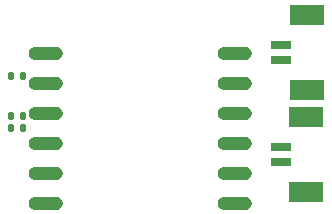
<source format=gbr>
%TF.GenerationSoftware,KiCad,Pcbnew,(6.0.1)*%
%TF.CreationDate,2022-10-07T00:00:46+07:00*%
%TF.ProjectId,rak3172,72616b33-3137-4322-9e6b-696361645f70,rev?*%
%TF.SameCoordinates,Original*%
%TF.FileFunction,Paste,Bot*%
%TF.FilePolarity,Positive*%
%FSLAX46Y46*%
G04 Gerber Fmt 4.6, Leading zero omitted, Abs format (unit mm)*
G04 Created by KiCad (PCBNEW (6.0.1)) date 2022-10-07 00:00:46*
%MOMM*%
%LPD*%
G01*
G04 APERTURE LIST*
G04 Aperture macros list*
%AMRoundRect*
0 Rectangle with rounded corners*
0 $1 Rounding radius*
0 $2 $3 $4 $5 $6 $7 $8 $9 X,Y pos of 4 corners*
0 Add a 4 corners polygon primitive as box body*
4,1,4,$2,$3,$4,$5,$6,$7,$8,$9,$2,$3,0*
0 Add four circle primitives for the rounded corners*
1,1,$1+$1,$2,$3*
1,1,$1+$1,$4,$5*
1,1,$1+$1,$6,$7*
1,1,$1+$1,$8,$9*
0 Add four rect primitives between the rounded corners*
20,1,$1+$1,$2,$3,$4,$5,0*
20,1,$1+$1,$4,$5,$6,$7,0*
20,1,$1+$1,$6,$7,$8,$9,0*
20,1,$1+$1,$8,$9,$2,$3,0*%
G04 Aperture macros list end*
%ADD10C,0.000100*%
%ADD11R,1.800000X0.800000*%
%ADD12R,2.900000X1.800000*%
%ADD13RoundRect,0.140000X0.140000X0.170000X-0.140000X0.170000X-0.140000X-0.170000X0.140000X-0.170000X0*%
G04 APERTURE END LIST*
D10*
%TO.C,U6*%
X188500000Y-101770000D02*
X189400000Y-101770000D01*
X189400000Y-101770000D02*
X189452000Y-101767000D01*
X189452000Y-101767000D02*
X189504000Y-101759000D01*
X189504000Y-101759000D02*
X189555000Y-101746000D01*
X189555000Y-101746000D02*
X189603000Y-101727000D01*
X189603000Y-101727000D02*
X189650000Y-101703000D01*
X189650000Y-101703000D02*
X189694000Y-101675000D01*
X189694000Y-101675000D02*
X189735000Y-101642000D01*
X189735000Y-101642000D02*
X189772000Y-101605000D01*
X189772000Y-101605000D02*
X189805000Y-101564000D01*
X189805000Y-101564000D02*
X189833000Y-101520000D01*
X189833000Y-101520000D02*
X189857000Y-101473000D01*
X189857000Y-101473000D02*
X189876000Y-101425000D01*
X189876000Y-101425000D02*
X189889000Y-101374000D01*
X189889000Y-101374000D02*
X189897000Y-101322000D01*
X189897000Y-101322000D02*
X189900000Y-101270000D01*
X189900000Y-101270000D02*
X189897000Y-101218000D01*
X189897000Y-101218000D02*
X189889000Y-101166000D01*
X189889000Y-101166000D02*
X189876000Y-101115000D01*
X189876000Y-101115000D02*
X189857000Y-101067000D01*
X189857000Y-101067000D02*
X189833000Y-101020000D01*
X189833000Y-101020000D02*
X189805000Y-100976000D01*
X189805000Y-100976000D02*
X189772000Y-100935000D01*
X189772000Y-100935000D02*
X189735000Y-100898000D01*
X189735000Y-100898000D02*
X189694000Y-100865000D01*
X189694000Y-100865000D02*
X189650000Y-100837000D01*
X189650000Y-100837000D02*
X189603000Y-100813000D01*
X189603000Y-100813000D02*
X189555000Y-100794000D01*
X189555000Y-100794000D02*
X189504000Y-100781000D01*
X189504000Y-100781000D02*
X189452000Y-100773000D01*
X189452000Y-100773000D02*
X189400000Y-100770000D01*
X189400000Y-100770000D02*
X187600000Y-100770000D01*
X187600000Y-100770000D02*
X187548000Y-100773000D01*
X187548000Y-100773000D02*
X187496000Y-100781000D01*
X187496000Y-100781000D02*
X187445000Y-100794000D01*
X187445000Y-100794000D02*
X187397000Y-100813000D01*
X187397000Y-100813000D02*
X187350000Y-100837000D01*
X187350000Y-100837000D02*
X187306000Y-100865000D01*
X187306000Y-100865000D02*
X187265000Y-100898000D01*
X187265000Y-100898000D02*
X187228000Y-100935000D01*
X187228000Y-100935000D02*
X187195000Y-100976000D01*
X187195000Y-100976000D02*
X187167000Y-101020000D01*
X187167000Y-101020000D02*
X187143000Y-101067000D01*
X187143000Y-101067000D02*
X187124000Y-101115000D01*
X187124000Y-101115000D02*
X187111000Y-101166000D01*
X187111000Y-101166000D02*
X187103000Y-101218000D01*
X187103000Y-101218000D02*
X187100000Y-101270000D01*
X187100000Y-101270000D02*
X187103000Y-101322000D01*
X187103000Y-101322000D02*
X187111000Y-101374000D01*
X187111000Y-101374000D02*
X187124000Y-101425000D01*
X187124000Y-101425000D02*
X187143000Y-101473000D01*
X187143000Y-101473000D02*
X187167000Y-101520000D01*
X187167000Y-101520000D02*
X187195000Y-101564000D01*
X187195000Y-101564000D02*
X187228000Y-101605000D01*
X187228000Y-101605000D02*
X187265000Y-101642000D01*
X187265000Y-101642000D02*
X187306000Y-101675000D01*
X187306000Y-101675000D02*
X187350000Y-101703000D01*
X187350000Y-101703000D02*
X187397000Y-101727000D01*
X187397000Y-101727000D02*
X187445000Y-101746000D01*
X187445000Y-101746000D02*
X187496000Y-101759000D01*
X187496000Y-101759000D02*
X187548000Y-101767000D01*
X187548000Y-101767000D02*
X187600000Y-101770000D01*
X187600000Y-101770000D02*
X188500000Y-101770000D01*
X188500000Y-101770000D02*
X188500000Y-101770000D01*
G36*
X189452000Y-100773000D02*
G01*
X189504000Y-100781000D01*
X189555000Y-100794000D01*
X189603000Y-100813000D01*
X189650000Y-100837000D01*
X189694000Y-100865000D01*
X189735000Y-100898000D01*
X189772000Y-100935000D01*
X189805000Y-100976000D01*
X189833000Y-101020000D01*
X189857000Y-101067000D01*
X189876000Y-101115000D01*
X189889000Y-101166000D01*
X189897000Y-101218000D01*
X189900000Y-101270000D01*
X189897000Y-101322000D01*
X189889000Y-101374000D01*
X189876000Y-101425000D01*
X189857000Y-101473000D01*
X189833000Y-101520000D01*
X189805000Y-101564000D01*
X189772000Y-101605000D01*
X189735000Y-101642000D01*
X189694000Y-101675000D01*
X189650000Y-101703000D01*
X189603000Y-101727000D01*
X189555000Y-101746000D01*
X189504000Y-101759000D01*
X189452000Y-101767000D01*
X189400000Y-101770000D01*
X187600000Y-101770000D01*
X187548000Y-101767000D01*
X187496000Y-101759000D01*
X187445000Y-101746000D01*
X187397000Y-101727000D01*
X187350000Y-101703000D01*
X187306000Y-101675000D01*
X187265000Y-101642000D01*
X187228000Y-101605000D01*
X187195000Y-101564000D01*
X187167000Y-101520000D01*
X187143000Y-101473000D01*
X187124000Y-101425000D01*
X187111000Y-101374000D01*
X187103000Y-101322000D01*
X187100000Y-101270000D01*
X187103000Y-101218000D01*
X187111000Y-101166000D01*
X187124000Y-101115000D01*
X187143000Y-101067000D01*
X187167000Y-101020000D01*
X187195000Y-100976000D01*
X187228000Y-100935000D01*
X187265000Y-100898000D01*
X187306000Y-100865000D01*
X187350000Y-100837000D01*
X187397000Y-100813000D01*
X187445000Y-100794000D01*
X187496000Y-100781000D01*
X187548000Y-100773000D01*
X187600000Y-100770000D01*
X189400000Y-100770000D01*
X189452000Y-100773000D01*
G37*
X189452000Y-100773000D02*
X189504000Y-100781000D01*
X189555000Y-100794000D01*
X189603000Y-100813000D01*
X189650000Y-100837000D01*
X189694000Y-100865000D01*
X189735000Y-100898000D01*
X189772000Y-100935000D01*
X189805000Y-100976000D01*
X189833000Y-101020000D01*
X189857000Y-101067000D01*
X189876000Y-101115000D01*
X189889000Y-101166000D01*
X189897000Y-101218000D01*
X189900000Y-101270000D01*
X189897000Y-101322000D01*
X189889000Y-101374000D01*
X189876000Y-101425000D01*
X189857000Y-101473000D01*
X189833000Y-101520000D01*
X189805000Y-101564000D01*
X189772000Y-101605000D01*
X189735000Y-101642000D01*
X189694000Y-101675000D01*
X189650000Y-101703000D01*
X189603000Y-101727000D01*
X189555000Y-101746000D01*
X189504000Y-101759000D01*
X189452000Y-101767000D01*
X189400000Y-101770000D01*
X187600000Y-101770000D01*
X187548000Y-101767000D01*
X187496000Y-101759000D01*
X187445000Y-101746000D01*
X187397000Y-101727000D01*
X187350000Y-101703000D01*
X187306000Y-101675000D01*
X187265000Y-101642000D01*
X187228000Y-101605000D01*
X187195000Y-101564000D01*
X187167000Y-101520000D01*
X187143000Y-101473000D01*
X187124000Y-101425000D01*
X187111000Y-101374000D01*
X187103000Y-101322000D01*
X187100000Y-101270000D01*
X187103000Y-101218000D01*
X187111000Y-101166000D01*
X187124000Y-101115000D01*
X187143000Y-101067000D01*
X187167000Y-101020000D01*
X187195000Y-100976000D01*
X187228000Y-100935000D01*
X187265000Y-100898000D01*
X187306000Y-100865000D01*
X187350000Y-100837000D01*
X187397000Y-100813000D01*
X187445000Y-100794000D01*
X187496000Y-100781000D01*
X187548000Y-100773000D01*
X187600000Y-100770000D01*
X189400000Y-100770000D01*
X189452000Y-100773000D01*
X188500000Y-96690000D02*
X189400000Y-96690000D01*
X189400000Y-96690000D02*
X189452000Y-96687000D01*
X189452000Y-96687000D02*
X189504000Y-96679000D01*
X189504000Y-96679000D02*
X189555000Y-96666000D01*
X189555000Y-96666000D02*
X189603000Y-96647000D01*
X189603000Y-96647000D02*
X189650000Y-96623000D01*
X189650000Y-96623000D02*
X189694000Y-96595000D01*
X189694000Y-96595000D02*
X189735000Y-96562000D01*
X189735000Y-96562000D02*
X189772000Y-96525000D01*
X189772000Y-96525000D02*
X189805000Y-96484000D01*
X189805000Y-96484000D02*
X189833000Y-96440000D01*
X189833000Y-96440000D02*
X189857000Y-96393000D01*
X189857000Y-96393000D02*
X189876000Y-96345000D01*
X189876000Y-96345000D02*
X189889000Y-96294000D01*
X189889000Y-96294000D02*
X189897000Y-96242000D01*
X189897000Y-96242000D02*
X189900000Y-96190000D01*
X189900000Y-96190000D02*
X189897000Y-96138000D01*
X189897000Y-96138000D02*
X189889000Y-96086000D01*
X189889000Y-96086000D02*
X189876000Y-96035000D01*
X189876000Y-96035000D02*
X189857000Y-95987000D01*
X189857000Y-95987000D02*
X189833000Y-95940000D01*
X189833000Y-95940000D02*
X189805000Y-95896000D01*
X189805000Y-95896000D02*
X189772000Y-95855000D01*
X189772000Y-95855000D02*
X189735000Y-95818000D01*
X189735000Y-95818000D02*
X189694000Y-95785000D01*
X189694000Y-95785000D02*
X189650000Y-95757000D01*
X189650000Y-95757000D02*
X189603000Y-95733000D01*
X189603000Y-95733000D02*
X189555000Y-95714000D01*
X189555000Y-95714000D02*
X189504000Y-95701000D01*
X189504000Y-95701000D02*
X189452000Y-95693000D01*
X189452000Y-95693000D02*
X189400000Y-95690000D01*
X189400000Y-95690000D02*
X187600000Y-95690000D01*
X187600000Y-95690000D02*
X187548000Y-95693000D01*
X187548000Y-95693000D02*
X187496000Y-95701000D01*
X187496000Y-95701000D02*
X187445000Y-95714000D01*
X187445000Y-95714000D02*
X187397000Y-95733000D01*
X187397000Y-95733000D02*
X187350000Y-95757000D01*
X187350000Y-95757000D02*
X187306000Y-95785000D01*
X187306000Y-95785000D02*
X187265000Y-95818000D01*
X187265000Y-95818000D02*
X187228000Y-95855000D01*
X187228000Y-95855000D02*
X187195000Y-95896000D01*
X187195000Y-95896000D02*
X187167000Y-95940000D01*
X187167000Y-95940000D02*
X187143000Y-95987000D01*
X187143000Y-95987000D02*
X187124000Y-96035000D01*
X187124000Y-96035000D02*
X187111000Y-96086000D01*
X187111000Y-96086000D02*
X187103000Y-96138000D01*
X187103000Y-96138000D02*
X187100000Y-96190000D01*
X187100000Y-96190000D02*
X187103000Y-96242000D01*
X187103000Y-96242000D02*
X187111000Y-96294000D01*
X187111000Y-96294000D02*
X187124000Y-96345000D01*
X187124000Y-96345000D02*
X187143000Y-96393000D01*
X187143000Y-96393000D02*
X187167000Y-96440000D01*
X187167000Y-96440000D02*
X187195000Y-96484000D01*
X187195000Y-96484000D02*
X187228000Y-96525000D01*
X187228000Y-96525000D02*
X187265000Y-96562000D01*
X187265000Y-96562000D02*
X187306000Y-96595000D01*
X187306000Y-96595000D02*
X187350000Y-96623000D01*
X187350000Y-96623000D02*
X187397000Y-96647000D01*
X187397000Y-96647000D02*
X187445000Y-96666000D01*
X187445000Y-96666000D02*
X187496000Y-96679000D01*
X187496000Y-96679000D02*
X187548000Y-96687000D01*
X187548000Y-96687000D02*
X187600000Y-96690000D01*
X187600000Y-96690000D02*
X188500000Y-96690000D01*
X188500000Y-96690000D02*
X188500000Y-96690000D01*
G36*
X189452000Y-95693000D02*
G01*
X189504000Y-95701000D01*
X189555000Y-95714000D01*
X189603000Y-95733000D01*
X189650000Y-95757000D01*
X189694000Y-95785000D01*
X189735000Y-95818000D01*
X189772000Y-95855000D01*
X189805000Y-95896000D01*
X189833000Y-95940000D01*
X189857000Y-95987000D01*
X189876000Y-96035000D01*
X189889000Y-96086000D01*
X189897000Y-96138000D01*
X189900000Y-96190000D01*
X189897000Y-96242000D01*
X189889000Y-96294000D01*
X189876000Y-96345000D01*
X189857000Y-96393000D01*
X189833000Y-96440000D01*
X189805000Y-96484000D01*
X189772000Y-96525000D01*
X189735000Y-96562000D01*
X189694000Y-96595000D01*
X189650000Y-96623000D01*
X189603000Y-96647000D01*
X189555000Y-96666000D01*
X189504000Y-96679000D01*
X189452000Y-96687000D01*
X189400000Y-96690000D01*
X187600000Y-96690000D01*
X187548000Y-96687000D01*
X187496000Y-96679000D01*
X187445000Y-96666000D01*
X187397000Y-96647000D01*
X187350000Y-96623000D01*
X187306000Y-96595000D01*
X187265000Y-96562000D01*
X187228000Y-96525000D01*
X187195000Y-96484000D01*
X187167000Y-96440000D01*
X187143000Y-96393000D01*
X187124000Y-96345000D01*
X187111000Y-96294000D01*
X187103000Y-96242000D01*
X187100000Y-96190000D01*
X187103000Y-96138000D01*
X187111000Y-96086000D01*
X187124000Y-96035000D01*
X187143000Y-95987000D01*
X187167000Y-95940000D01*
X187195000Y-95896000D01*
X187228000Y-95855000D01*
X187265000Y-95818000D01*
X187306000Y-95785000D01*
X187350000Y-95757000D01*
X187397000Y-95733000D01*
X187445000Y-95714000D01*
X187496000Y-95701000D01*
X187548000Y-95693000D01*
X187600000Y-95690000D01*
X189400000Y-95690000D01*
X189452000Y-95693000D01*
G37*
X189452000Y-95693000D02*
X189504000Y-95701000D01*
X189555000Y-95714000D01*
X189603000Y-95733000D01*
X189650000Y-95757000D01*
X189694000Y-95785000D01*
X189735000Y-95818000D01*
X189772000Y-95855000D01*
X189805000Y-95896000D01*
X189833000Y-95940000D01*
X189857000Y-95987000D01*
X189876000Y-96035000D01*
X189889000Y-96086000D01*
X189897000Y-96138000D01*
X189900000Y-96190000D01*
X189897000Y-96242000D01*
X189889000Y-96294000D01*
X189876000Y-96345000D01*
X189857000Y-96393000D01*
X189833000Y-96440000D01*
X189805000Y-96484000D01*
X189772000Y-96525000D01*
X189735000Y-96562000D01*
X189694000Y-96595000D01*
X189650000Y-96623000D01*
X189603000Y-96647000D01*
X189555000Y-96666000D01*
X189504000Y-96679000D01*
X189452000Y-96687000D01*
X189400000Y-96690000D01*
X187600000Y-96690000D01*
X187548000Y-96687000D01*
X187496000Y-96679000D01*
X187445000Y-96666000D01*
X187397000Y-96647000D01*
X187350000Y-96623000D01*
X187306000Y-96595000D01*
X187265000Y-96562000D01*
X187228000Y-96525000D01*
X187195000Y-96484000D01*
X187167000Y-96440000D01*
X187143000Y-96393000D01*
X187124000Y-96345000D01*
X187111000Y-96294000D01*
X187103000Y-96242000D01*
X187100000Y-96190000D01*
X187103000Y-96138000D01*
X187111000Y-96086000D01*
X187124000Y-96035000D01*
X187143000Y-95987000D01*
X187167000Y-95940000D01*
X187195000Y-95896000D01*
X187228000Y-95855000D01*
X187265000Y-95818000D01*
X187306000Y-95785000D01*
X187350000Y-95757000D01*
X187397000Y-95733000D01*
X187445000Y-95714000D01*
X187496000Y-95701000D01*
X187548000Y-95693000D01*
X187600000Y-95690000D01*
X189400000Y-95690000D01*
X189452000Y-95693000D01*
X204500000Y-99230000D02*
X205400000Y-99230000D01*
X205400000Y-99230000D02*
X205452000Y-99227000D01*
X205452000Y-99227000D02*
X205504000Y-99219000D01*
X205504000Y-99219000D02*
X205555000Y-99206000D01*
X205555000Y-99206000D02*
X205603000Y-99187000D01*
X205603000Y-99187000D02*
X205650000Y-99163000D01*
X205650000Y-99163000D02*
X205694000Y-99135000D01*
X205694000Y-99135000D02*
X205735000Y-99102000D01*
X205735000Y-99102000D02*
X205772000Y-99065000D01*
X205772000Y-99065000D02*
X205805000Y-99024000D01*
X205805000Y-99024000D02*
X205833000Y-98980000D01*
X205833000Y-98980000D02*
X205857000Y-98933000D01*
X205857000Y-98933000D02*
X205876000Y-98885000D01*
X205876000Y-98885000D02*
X205889000Y-98834000D01*
X205889000Y-98834000D02*
X205897000Y-98782000D01*
X205897000Y-98782000D02*
X205900000Y-98730000D01*
X205900000Y-98730000D02*
X205897000Y-98678000D01*
X205897000Y-98678000D02*
X205889000Y-98626000D01*
X205889000Y-98626000D02*
X205876000Y-98575000D01*
X205876000Y-98575000D02*
X205857000Y-98527000D01*
X205857000Y-98527000D02*
X205833000Y-98480000D01*
X205833000Y-98480000D02*
X205805000Y-98436000D01*
X205805000Y-98436000D02*
X205772000Y-98395000D01*
X205772000Y-98395000D02*
X205735000Y-98358000D01*
X205735000Y-98358000D02*
X205694000Y-98325000D01*
X205694000Y-98325000D02*
X205650000Y-98297000D01*
X205650000Y-98297000D02*
X205603000Y-98273000D01*
X205603000Y-98273000D02*
X205555000Y-98254000D01*
X205555000Y-98254000D02*
X205504000Y-98241000D01*
X205504000Y-98241000D02*
X205452000Y-98233000D01*
X205452000Y-98233000D02*
X205400000Y-98230000D01*
X205400000Y-98230000D02*
X203600000Y-98230000D01*
X203600000Y-98230000D02*
X203548000Y-98233000D01*
X203548000Y-98233000D02*
X203496000Y-98241000D01*
X203496000Y-98241000D02*
X203445000Y-98254000D01*
X203445000Y-98254000D02*
X203397000Y-98273000D01*
X203397000Y-98273000D02*
X203350000Y-98297000D01*
X203350000Y-98297000D02*
X203306000Y-98325000D01*
X203306000Y-98325000D02*
X203265000Y-98358000D01*
X203265000Y-98358000D02*
X203228000Y-98395000D01*
X203228000Y-98395000D02*
X203195000Y-98436000D01*
X203195000Y-98436000D02*
X203167000Y-98480000D01*
X203167000Y-98480000D02*
X203143000Y-98527000D01*
X203143000Y-98527000D02*
X203124000Y-98575000D01*
X203124000Y-98575000D02*
X203111000Y-98626000D01*
X203111000Y-98626000D02*
X203103000Y-98678000D01*
X203103000Y-98678000D02*
X203100000Y-98730000D01*
X203100000Y-98730000D02*
X203103000Y-98782000D01*
X203103000Y-98782000D02*
X203111000Y-98834000D01*
X203111000Y-98834000D02*
X203124000Y-98885000D01*
X203124000Y-98885000D02*
X203143000Y-98933000D01*
X203143000Y-98933000D02*
X203167000Y-98980000D01*
X203167000Y-98980000D02*
X203195000Y-99024000D01*
X203195000Y-99024000D02*
X203228000Y-99065000D01*
X203228000Y-99065000D02*
X203265000Y-99102000D01*
X203265000Y-99102000D02*
X203306000Y-99135000D01*
X203306000Y-99135000D02*
X203350000Y-99163000D01*
X203350000Y-99163000D02*
X203397000Y-99187000D01*
X203397000Y-99187000D02*
X203445000Y-99206000D01*
X203445000Y-99206000D02*
X203496000Y-99219000D01*
X203496000Y-99219000D02*
X203548000Y-99227000D01*
X203548000Y-99227000D02*
X203600000Y-99230000D01*
X203600000Y-99230000D02*
X204500000Y-99230000D01*
X204500000Y-99230000D02*
X204500000Y-99230000D01*
G36*
X205452000Y-98233000D02*
G01*
X205504000Y-98241000D01*
X205555000Y-98254000D01*
X205603000Y-98273000D01*
X205650000Y-98297000D01*
X205694000Y-98325000D01*
X205735000Y-98358000D01*
X205772000Y-98395000D01*
X205805000Y-98436000D01*
X205833000Y-98480000D01*
X205857000Y-98527000D01*
X205876000Y-98575000D01*
X205889000Y-98626000D01*
X205897000Y-98678000D01*
X205900000Y-98730000D01*
X205897000Y-98782000D01*
X205889000Y-98834000D01*
X205876000Y-98885000D01*
X205857000Y-98933000D01*
X205833000Y-98980000D01*
X205805000Y-99024000D01*
X205772000Y-99065000D01*
X205735000Y-99102000D01*
X205694000Y-99135000D01*
X205650000Y-99163000D01*
X205603000Y-99187000D01*
X205555000Y-99206000D01*
X205504000Y-99219000D01*
X205452000Y-99227000D01*
X205400000Y-99230000D01*
X203600000Y-99230000D01*
X203548000Y-99227000D01*
X203496000Y-99219000D01*
X203445000Y-99206000D01*
X203397000Y-99187000D01*
X203350000Y-99163000D01*
X203306000Y-99135000D01*
X203265000Y-99102000D01*
X203228000Y-99065000D01*
X203195000Y-99024000D01*
X203167000Y-98980000D01*
X203143000Y-98933000D01*
X203124000Y-98885000D01*
X203111000Y-98834000D01*
X203103000Y-98782000D01*
X203100000Y-98730000D01*
X203103000Y-98678000D01*
X203111000Y-98626000D01*
X203124000Y-98575000D01*
X203143000Y-98527000D01*
X203167000Y-98480000D01*
X203195000Y-98436000D01*
X203228000Y-98395000D01*
X203265000Y-98358000D01*
X203306000Y-98325000D01*
X203350000Y-98297000D01*
X203397000Y-98273000D01*
X203445000Y-98254000D01*
X203496000Y-98241000D01*
X203548000Y-98233000D01*
X203600000Y-98230000D01*
X205400000Y-98230000D01*
X205452000Y-98233000D01*
G37*
X205452000Y-98233000D02*
X205504000Y-98241000D01*
X205555000Y-98254000D01*
X205603000Y-98273000D01*
X205650000Y-98297000D01*
X205694000Y-98325000D01*
X205735000Y-98358000D01*
X205772000Y-98395000D01*
X205805000Y-98436000D01*
X205833000Y-98480000D01*
X205857000Y-98527000D01*
X205876000Y-98575000D01*
X205889000Y-98626000D01*
X205897000Y-98678000D01*
X205900000Y-98730000D01*
X205897000Y-98782000D01*
X205889000Y-98834000D01*
X205876000Y-98885000D01*
X205857000Y-98933000D01*
X205833000Y-98980000D01*
X205805000Y-99024000D01*
X205772000Y-99065000D01*
X205735000Y-99102000D01*
X205694000Y-99135000D01*
X205650000Y-99163000D01*
X205603000Y-99187000D01*
X205555000Y-99206000D01*
X205504000Y-99219000D01*
X205452000Y-99227000D01*
X205400000Y-99230000D01*
X203600000Y-99230000D01*
X203548000Y-99227000D01*
X203496000Y-99219000D01*
X203445000Y-99206000D01*
X203397000Y-99187000D01*
X203350000Y-99163000D01*
X203306000Y-99135000D01*
X203265000Y-99102000D01*
X203228000Y-99065000D01*
X203195000Y-99024000D01*
X203167000Y-98980000D01*
X203143000Y-98933000D01*
X203124000Y-98885000D01*
X203111000Y-98834000D01*
X203103000Y-98782000D01*
X203100000Y-98730000D01*
X203103000Y-98678000D01*
X203111000Y-98626000D01*
X203124000Y-98575000D01*
X203143000Y-98527000D01*
X203167000Y-98480000D01*
X203195000Y-98436000D01*
X203228000Y-98395000D01*
X203265000Y-98358000D01*
X203306000Y-98325000D01*
X203350000Y-98297000D01*
X203397000Y-98273000D01*
X203445000Y-98254000D01*
X203496000Y-98241000D01*
X203548000Y-98233000D01*
X203600000Y-98230000D01*
X205400000Y-98230000D01*
X205452000Y-98233000D01*
X204500000Y-96690000D02*
X205400000Y-96690000D01*
X205400000Y-96690000D02*
X205452000Y-96687000D01*
X205452000Y-96687000D02*
X205504000Y-96679000D01*
X205504000Y-96679000D02*
X205555000Y-96666000D01*
X205555000Y-96666000D02*
X205603000Y-96647000D01*
X205603000Y-96647000D02*
X205650000Y-96623000D01*
X205650000Y-96623000D02*
X205694000Y-96595000D01*
X205694000Y-96595000D02*
X205735000Y-96562000D01*
X205735000Y-96562000D02*
X205772000Y-96525000D01*
X205772000Y-96525000D02*
X205805000Y-96484000D01*
X205805000Y-96484000D02*
X205833000Y-96440000D01*
X205833000Y-96440000D02*
X205857000Y-96393000D01*
X205857000Y-96393000D02*
X205876000Y-96345000D01*
X205876000Y-96345000D02*
X205889000Y-96294000D01*
X205889000Y-96294000D02*
X205897000Y-96242000D01*
X205897000Y-96242000D02*
X205900000Y-96190000D01*
X205900000Y-96190000D02*
X205897000Y-96138000D01*
X205897000Y-96138000D02*
X205889000Y-96086000D01*
X205889000Y-96086000D02*
X205876000Y-96035000D01*
X205876000Y-96035000D02*
X205857000Y-95987000D01*
X205857000Y-95987000D02*
X205833000Y-95940000D01*
X205833000Y-95940000D02*
X205805000Y-95896000D01*
X205805000Y-95896000D02*
X205772000Y-95855000D01*
X205772000Y-95855000D02*
X205735000Y-95818000D01*
X205735000Y-95818000D02*
X205694000Y-95785000D01*
X205694000Y-95785000D02*
X205650000Y-95757000D01*
X205650000Y-95757000D02*
X205603000Y-95733000D01*
X205603000Y-95733000D02*
X205555000Y-95714000D01*
X205555000Y-95714000D02*
X205504000Y-95701000D01*
X205504000Y-95701000D02*
X205452000Y-95693000D01*
X205452000Y-95693000D02*
X205400000Y-95690000D01*
X205400000Y-95690000D02*
X203600000Y-95690000D01*
X203600000Y-95690000D02*
X203548000Y-95693000D01*
X203548000Y-95693000D02*
X203496000Y-95701000D01*
X203496000Y-95701000D02*
X203445000Y-95714000D01*
X203445000Y-95714000D02*
X203397000Y-95733000D01*
X203397000Y-95733000D02*
X203350000Y-95757000D01*
X203350000Y-95757000D02*
X203306000Y-95785000D01*
X203306000Y-95785000D02*
X203265000Y-95818000D01*
X203265000Y-95818000D02*
X203228000Y-95855000D01*
X203228000Y-95855000D02*
X203195000Y-95896000D01*
X203195000Y-95896000D02*
X203167000Y-95940000D01*
X203167000Y-95940000D02*
X203143000Y-95987000D01*
X203143000Y-95987000D02*
X203124000Y-96035000D01*
X203124000Y-96035000D02*
X203111000Y-96086000D01*
X203111000Y-96086000D02*
X203103000Y-96138000D01*
X203103000Y-96138000D02*
X203100000Y-96190000D01*
X203100000Y-96190000D02*
X203103000Y-96242000D01*
X203103000Y-96242000D02*
X203111000Y-96294000D01*
X203111000Y-96294000D02*
X203124000Y-96345000D01*
X203124000Y-96345000D02*
X203143000Y-96393000D01*
X203143000Y-96393000D02*
X203167000Y-96440000D01*
X203167000Y-96440000D02*
X203195000Y-96484000D01*
X203195000Y-96484000D02*
X203228000Y-96525000D01*
X203228000Y-96525000D02*
X203265000Y-96562000D01*
X203265000Y-96562000D02*
X203306000Y-96595000D01*
X203306000Y-96595000D02*
X203350000Y-96623000D01*
X203350000Y-96623000D02*
X203397000Y-96647000D01*
X203397000Y-96647000D02*
X203445000Y-96666000D01*
X203445000Y-96666000D02*
X203496000Y-96679000D01*
X203496000Y-96679000D02*
X203548000Y-96687000D01*
X203548000Y-96687000D02*
X203600000Y-96690000D01*
X203600000Y-96690000D02*
X204500000Y-96690000D01*
X204500000Y-96690000D02*
X204500000Y-96690000D01*
G36*
X205452000Y-95693000D02*
G01*
X205504000Y-95701000D01*
X205555000Y-95714000D01*
X205603000Y-95733000D01*
X205650000Y-95757000D01*
X205694000Y-95785000D01*
X205735000Y-95818000D01*
X205772000Y-95855000D01*
X205805000Y-95896000D01*
X205833000Y-95940000D01*
X205857000Y-95987000D01*
X205876000Y-96035000D01*
X205889000Y-96086000D01*
X205897000Y-96138000D01*
X205900000Y-96190000D01*
X205897000Y-96242000D01*
X205889000Y-96294000D01*
X205876000Y-96345000D01*
X205857000Y-96393000D01*
X205833000Y-96440000D01*
X205805000Y-96484000D01*
X205772000Y-96525000D01*
X205735000Y-96562000D01*
X205694000Y-96595000D01*
X205650000Y-96623000D01*
X205603000Y-96647000D01*
X205555000Y-96666000D01*
X205504000Y-96679000D01*
X205452000Y-96687000D01*
X205400000Y-96690000D01*
X203600000Y-96690000D01*
X203548000Y-96687000D01*
X203496000Y-96679000D01*
X203445000Y-96666000D01*
X203397000Y-96647000D01*
X203350000Y-96623000D01*
X203306000Y-96595000D01*
X203265000Y-96562000D01*
X203228000Y-96525000D01*
X203195000Y-96484000D01*
X203167000Y-96440000D01*
X203143000Y-96393000D01*
X203124000Y-96345000D01*
X203111000Y-96294000D01*
X203103000Y-96242000D01*
X203100000Y-96190000D01*
X203103000Y-96138000D01*
X203111000Y-96086000D01*
X203124000Y-96035000D01*
X203143000Y-95987000D01*
X203167000Y-95940000D01*
X203195000Y-95896000D01*
X203228000Y-95855000D01*
X203265000Y-95818000D01*
X203306000Y-95785000D01*
X203350000Y-95757000D01*
X203397000Y-95733000D01*
X203445000Y-95714000D01*
X203496000Y-95701000D01*
X203548000Y-95693000D01*
X203600000Y-95690000D01*
X205400000Y-95690000D01*
X205452000Y-95693000D01*
G37*
X205452000Y-95693000D02*
X205504000Y-95701000D01*
X205555000Y-95714000D01*
X205603000Y-95733000D01*
X205650000Y-95757000D01*
X205694000Y-95785000D01*
X205735000Y-95818000D01*
X205772000Y-95855000D01*
X205805000Y-95896000D01*
X205833000Y-95940000D01*
X205857000Y-95987000D01*
X205876000Y-96035000D01*
X205889000Y-96086000D01*
X205897000Y-96138000D01*
X205900000Y-96190000D01*
X205897000Y-96242000D01*
X205889000Y-96294000D01*
X205876000Y-96345000D01*
X205857000Y-96393000D01*
X205833000Y-96440000D01*
X205805000Y-96484000D01*
X205772000Y-96525000D01*
X205735000Y-96562000D01*
X205694000Y-96595000D01*
X205650000Y-96623000D01*
X205603000Y-96647000D01*
X205555000Y-96666000D01*
X205504000Y-96679000D01*
X205452000Y-96687000D01*
X205400000Y-96690000D01*
X203600000Y-96690000D01*
X203548000Y-96687000D01*
X203496000Y-96679000D01*
X203445000Y-96666000D01*
X203397000Y-96647000D01*
X203350000Y-96623000D01*
X203306000Y-96595000D01*
X203265000Y-96562000D01*
X203228000Y-96525000D01*
X203195000Y-96484000D01*
X203167000Y-96440000D01*
X203143000Y-96393000D01*
X203124000Y-96345000D01*
X203111000Y-96294000D01*
X203103000Y-96242000D01*
X203100000Y-96190000D01*
X203103000Y-96138000D01*
X203111000Y-96086000D01*
X203124000Y-96035000D01*
X203143000Y-95987000D01*
X203167000Y-95940000D01*
X203195000Y-95896000D01*
X203228000Y-95855000D01*
X203265000Y-95818000D01*
X203306000Y-95785000D01*
X203350000Y-95757000D01*
X203397000Y-95733000D01*
X203445000Y-95714000D01*
X203496000Y-95701000D01*
X203548000Y-95693000D01*
X203600000Y-95690000D01*
X205400000Y-95690000D01*
X205452000Y-95693000D01*
X204500000Y-101770000D02*
X205400000Y-101770000D01*
X205400000Y-101770000D02*
X205452000Y-101767000D01*
X205452000Y-101767000D02*
X205504000Y-101759000D01*
X205504000Y-101759000D02*
X205555000Y-101746000D01*
X205555000Y-101746000D02*
X205603000Y-101727000D01*
X205603000Y-101727000D02*
X205650000Y-101703000D01*
X205650000Y-101703000D02*
X205694000Y-101675000D01*
X205694000Y-101675000D02*
X205735000Y-101642000D01*
X205735000Y-101642000D02*
X205772000Y-101605000D01*
X205772000Y-101605000D02*
X205805000Y-101564000D01*
X205805000Y-101564000D02*
X205833000Y-101520000D01*
X205833000Y-101520000D02*
X205857000Y-101473000D01*
X205857000Y-101473000D02*
X205876000Y-101425000D01*
X205876000Y-101425000D02*
X205889000Y-101374000D01*
X205889000Y-101374000D02*
X205897000Y-101322000D01*
X205897000Y-101322000D02*
X205900000Y-101270000D01*
X205900000Y-101270000D02*
X205897000Y-101218000D01*
X205897000Y-101218000D02*
X205889000Y-101166000D01*
X205889000Y-101166000D02*
X205876000Y-101115000D01*
X205876000Y-101115000D02*
X205857000Y-101067000D01*
X205857000Y-101067000D02*
X205833000Y-101020000D01*
X205833000Y-101020000D02*
X205805000Y-100976000D01*
X205805000Y-100976000D02*
X205772000Y-100935000D01*
X205772000Y-100935000D02*
X205735000Y-100898000D01*
X205735000Y-100898000D02*
X205694000Y-100865000D01*
X205694000Y-100865000D02*
X205650000Y-100837000D01*
X205650000Y-100837000D02*
X205603000Y-100813000D01*
X205603000Y-100813000D02*
X205555000Y-100794000D01*
X205555000Y-100794000D02*
X205504000Y-100781000D01*
X205504000Y-100781000D02*
X205452000Y-100773000D01*
X205452000Y-100773000D02*
X205400000Y-100770000D01*
X205400000Y-100770000D02*
X203600000Y-100770000D01*
X203600000Y-100770000D02*
X203548000Y-100773000D01*
X203548000Y-100773000D02*
X203496000Y-100781000D01*
X203496000Y-100781000D02*
X203445000Y-100794000D01*
X203445000Y-100794000D02*
X203397000Y-100813000D01*
X203397000Y-100813000D02*
X203350000Y-100837000D01*
X203350000Y-100837000D02*
X203306000Y-100865000D01*
X203306000Y-100865000D02*
X203265000Y-100898000D01*
X203265000Y-100898000D02*
X203228000Y-100935000D01*
X203228000Y-100935000D02*
X203195000Y-100976000D01*
X203195000Y-100976000D02*
X203167000Y-101020000D01*
X203167000Y-101020000D02*
X203143000Y-101067000D01*
X203143000Y-101067000D02*
X203124000Y-101115000D01*
X203124000Y-101115000D02*
X203111000Y-101166000D01*
X203111000Y-101166000D02*
X203103000Y-101218000D01*
X203103000Y-101218000D02*
X203100000Y-101270000D01*
X203100000Y-101270000D02*
X203103000Y-101322000D01*
X203103000Y-101322000D02*
X203111000Y-101374000D01*
X203111000Y-101374000D02*
X203124000Y-101425000D01*
X203124000Y-101425000D02*
X203143000Y-101473000D01*
X203143000Y-101473000D02*
X203167000Y-101520000D01*
X203167000Y-101520000D02*
X203195000Y-101564000D01*
X203195000Y-101564000D02*
X203228000Y-101605000D01*
X203228000Y-101605000D02*
X203265000Y-101642000D01*
X203265000Y-101642000D02*
X203306000Y-101675000D01*
X203306000Y-101675000D02*
X203350000Y-101703000D01*
X203350000Y-101703000D02*
X203397000Y-101727000D01*
X203397000Y-101727000D02*
X203445000Y-101746000D01*
X203445000Y-101746000D02*
X203496000Y-101759000D01*
X203496000Y-101759000D02*
X203548000Y-101767000D01*
X203548000Y-101767000D02*
X203600000Y-101770000D01*
X203600000Y-101770000D02*
X204500000Y-101770000D01*
X204500000Y-101770000D02*
X204500000Y-101770000D01*
G36*
X205452000Y-100773000D02*
G01*
X205504000Y-100781000D01*
X205555000Y-100794000D01*
X205603000Y-100813000D01*
X205650000Y-100837000D01*
X205694000Y-100865000D01*
X205735000Y-100898000D01*
X205772000Y-100935000D01*
X205805000Y-100976000D01*
X205833000Y-101020000D01*
X205857000Y-101067000D01*
X205876000Y-101115000D01*
X205889000Y-101166000D01*
X205897000Y-101218000D01*
X205900000Y-101270000D01*
X205897000Y-101322000D01*
X205889000Y-101374000D01*
X205876000Y-101425000D01*
X205857000Y-101473000D01*
X205833000Y-101520000D01*
X205805000Y-101564000D01*
X205772000Y-101605000D01*
X205735000Y-101642000D01*
X205694000Y-101675000D01*
X205650000Y-101703000D01*
X205603000Y-101727000D01*
X205555000Y-101746000D01*
X205504000Y-101759000D01*
X205452000Y-101767000D01*
X205400000Y-101770000D01*
X203600000Y-101770000D01*
X203548000Y-101767000D01*
X203496000Y-101759000D01*
X203445000Y-101746000D01*
X203397000Y-101727000D01*
X203350000Y-101703000D01*
X203306000Y-101675000D01*
X203265000Y-101642000D01*
X203228000Y-101605000D01*
X203195000Y-101564000D01*
X203167000Y-101520000D01*
X203143000Y-101473000D01*
X203124000Y-101425000D01*
X203111000Y-101374000D01*
X203103000Y-101322000D01*
X203100000Y-101270000D01*
X203103000Y-101218000D01*
X203111000Y-101166000D01*
X203124000Y-101115000D01*
X203143000Y-101067000D01*
X203167000Y-101020000D01*
X203195000Y-100976000D01*
X203228000Y-100935000D01*
X203265000Y-100898000D01*
X203306000Y-100865000D01*
X203350000Y-100837000D01*
X203397000Y-100813000D01*
X203445000Y-100794000D01*
X203496000Y-100781000D01*
X203548000Y-100773000D01*
X203600000Y-100770000D01*
X205400000Y-100770000D01*
X205452000Y-100773000D01*
G37*
X205452000Y-100773000D02*
X205504000Y-100781000D01*
X205555000Y-100794000D01*
X205603000Y-100813000D01*
X205650000Y-100837000D01*
X205694000Y-100865000D01*
X205735000Y-100898000D01*
X205772000Y-100935000D01*
X205805000Y-100976000D01*
X205833000Y-101020000D01*
X205857000Y-101067000D01*
X205876000Y-101115000D01*
X205889000Y-101166000D01*
X205897000Y-101218000D01*
X205900000Y-101270000D01*
X205897000Y-101322000D01*
X205889000Y-101374000D01*
X205876000Y-101425000D01*
X205857000Y-101473000D01*
X205833000Y-101520000D01*
X205805000Y-101564000D01*
X205772000Y-101605000D01*
X205735000Y-101642000D01*
X205694000Y-101675000D01*
X205650000Y-101703000D01*
X205603000Y-101727000D01*
X205555000Y-101746000D01*
X205504000Y-101759000D01*
X205452000Y-101767000D01*
X205400000Y-101770000D01*
X203600000Y-101770000D01*
X203548000Y-101767000D01*
X203496000Y-101759000D01*
X203445000Y-101746000D01*
X203397000Y-101727000D01*
X203350000Y-101703000D01*
X203306000Y-101675000D01*
X203265000Y-101642000D01*
X203228000Y-101605000D01*
X203195000Y-101564000D01*
X203167000Y-101520000D01*
X203143000Y-101473000D01*
X203124000Y-101425000D01*
X203111000Y-101374000D01*
X203103000Y-101322000D01*
X203100000Y-101270000D01*
X203103000Y-101218000D01*
X203111000Y-101166000D01*
X203124000Y-101115000D01*
X203143000Y-101067000D01*
X203167000Y-101020000D01*
X203195000Y-100976000D01*
X203228000Y-100935000D01*
X203265000Y-100898000D01*
X203306000Y-100865000D01*
X203350000Y-100837000D01*
X203397000Y-100813000D01*
X203445000Y-100794000D01*
X203496000Y-100781000D01*
X203548000Y-100773000D01*
X203600000Y-100770000D01*
X205400000Y-100770000D01*
X205452000Y-100773000D01*
X188500000Y-99230000D02*
X189400000Y-99230000D01*
X189400000Y-99230000D02*
X189452000Y-99227000D01*
X189452000Y-99227000D02*
X189504000Y-99219000D01*
X189504000Y-99219000D02*
X189555000Y-99206000D01*
X189555000Y-99206000D02*
X189603000Y-99187000D01*
X189603000Y-99187000D02*
X189650000Y-99163000D01*
X189650000Y-99163000D02*
X189694000Y-99135000D01*
X189694000Y-99135000D02*
X189735000Y-99102000D01*
X189735000Y-99102000D02*
X189772000Y-99065000D01*
X189772000Y-99065000D02*
X189805000Y-99024000D01*
X189805000Y-99024000D02*
X189833000Y-98980000D01*
X189833000Y-98980000D02*
X189857000Y-98933000D01*
X189857000Y-98933000D02*
X189876000Y-98885000D01*
X189876000Y-98885000D02*
X189889000Y-98834000D01*
X189889000Y-98834000D02*
X189897000Y-98782000D01*
X189897000Y-98782000D02*
X189900000Y-98730000D01*
X189900000Y-98730000D02*
X189897000Y-98678000D01*
X189897000Y-98678000D02*
X189889000Y-98626000D01*
X189889000Y-98626000D02*
X189876000Y-98575000D01*
X189876000Y-98575000D02*
X189857000Y-98527000D01*
X189857000Y-98527000D02*
X189833000Y-98480000D01*
X189833000Y-98480000D02*
X189805000Y-98436000D01*
X189805000Y-98436000D02*
X189772000Y-98395000D01*
X189772000Y-98395000D02*
X189735000Y-98358000D01*
X189735000Y-98358000D02*
X189694000Y-98325000D01*
X189694000Y-98325000D02*
X189650000Y-98297000D01*
X189650000Y-98297000D02*
X189603000Y-98273000D01*
X189603000Y-98273000D02*
X189555000Y-98254000D01*
X189555000Y-98254000D02*
X189504000Y-98241000D01*
X189504000Y-98241000D02*
X189452000Y-98233000D01*
X189452000Y-98233000D02*
X189400000Y-98230000D01*
X189400000Y-98230000D02*
X187600000Y-98230000D01*
X187600000Y-98230000D02*
X187548000Y-98233000D01*
X187548000Y-98233000D02*
X187496000Y-98241000D01*
X187496000Y-98241000D02*
X187445000Y-98254000D01*
X187445000Y-98254000D02*
X187397000Y-98273000D01*
X187397000Y-98273000D02*
X187350000Y-98297000D01*
X187350000Y-98297000D02*
X187306000Y-98325000D01*
X187306000Y-98325000D02*
X187265000Y-98358000D01*
X187265000Y-98358000D02*
X187228000Y-98395000D01*
X187228000Y-98395000D02*
X187195000Y-98436000D01*
X187195000Y-98436000D02*
X187167000Y-98480000D01*
X187167000Y-98480000D02*
X187143000Y-98527000D01*
X187143000Y-98527000D02*
X187124000Y-98575000D01*
X187124000Y-98575000D02*
X187111000Y-98626000D01*
X187111000Y-98626000D02*
X187103000Y-98678000D01*
X187103000Y-98678000D02*
X187100000Y-98730000D01*
X187100000Y-98730000D02*
X187103000Y-98782000D01*
X187103000Y-98782000D02*
X187111000Y-98834000D01*
X187111000Y-98834000D02*
X187124000Y-98885000D01*
X187124000Y-98885000D02*
X187143000Y-98933000D01*
X187143000Y-98933000D02*
X187167000Y-98980000D01*
X187167000Y-98980000D02*
X187195000Y-99024000D01*
X187195000Y-99024000D02*
X187228000Y-99065000D01*
X187228000Y-99065000D02*
X187265000Y-99102000D01*
X187265000Y-99102000D02*
X187306000Y-99135000D01*
X187306000Y-99135000D02*
X187350000Y-99163000D01*
X187350000Y-99163000D02*
X187397000Y-99187000D01*
X187397000Y-99187000D02*
X187445000Y-99206000D01*
X187445000Y-99206000D02*
X187496000Y-99219000D01*
X187496000Y-99219000D02*
X187548000Y-99227000D01*
X187548000Y-99227000D02*
X187600000Y-99230000D01*
X187600000Y-99230000D02*
X188500000Y-99230000D01*
X188500000Y-99230000D02*
X188500000Y-99230000D01*
G36*
X189452000Y-98233000D02*
G01*
X189504000Y-98241000D01*
X189555000Y-98254000D01*
X189603000Y-98273000D01*
X189650000Y-98297000D01*
X189694000Y-98325000D01*
X189735000Y-98358000D01*
X189772000Y-98395000D01*
X189805000Y-98436000D01*
X189833000Y-98480000D01*
X189857000Y-98527000D01*
X189876000Y-98575000D01*
X189889000Y-98626000D01*
X189897000Y-98678000D01*
X189900000Y-98730000D01*
X189897000Y-98782000D01*
X189889000Y-98834000D01*
X189876000Y-98885000D01*
X189857000Y-98933000D01*
X189833000Y-98980000D01*
X189805000Y-99024000D01*
X189772000Y-99065000D01*
X189735000Y-99102000D01*
X189694000Y-99135000D01*
X189650000Y-99163000D01*
X189603000Y-99187000D01*
X189555000Y-99206000D01*
X189504000Y-99219000D01*
X189452000Y-99227000D01*
X189400000Y-99230000D01*
X187600000Y-99230000D01*
X187548000Y-99227000D01*
X187496000Y-99219000D01*
X187445000Y-99206000D01*
X187397000Y-99187000D01*
X187350000Y-99163000D01*
X187306000Y-99135000D01*
X187265000Y-99102000D01*
X187228000Y-99065000D01*
X187195000Y-99024000D01*
X187167000Y-98980000D01*
X187143000Y-98933000D01*
X187124000Y-98885000D01*
X187111000Y-98834000D01*
X187103000Y-98782000D01*
X187100000Y-98730000D01*
X187103000Y-98678000D01*
X187111000Y-98626000D01*
X187124000Y-98575000D01*
X187143000Y-98527000D01*
X187167000Y-98480000D01*
X187195000Y-98436000D01*
X187228000Y-98395000D01*
X187265000Y-98358000D01*
X187306000Y-98325000D01*
X187350000Y-98297000D01*
X187397000Y-98273000D01*
X187445000Y-98254000D01*
X187496000Y-98241000D01*
X187548000Y-98233000D01*
X187600000Y-98230000D01*
X189400000Y-98230000D01*
X189452000Y-98233000D01*
G37*
X189452000Y-98233000D02*
X189504000Y-98241000D01*
X189555000Y-98254000D01*
X189603000Y-98273000D01*
X189650000Y-98297000D01*
X189694000Y-98325000D01*
X189735000Y-98358000D01*
X189772000Y-98395000D01*
X189805000Y-98436000D01*
X189833000Y-98480000D01*
X189857000Y-98527000D01*
X189876000Y-98575000D01*
X189889000Y-98626000D01*
X189897000Y-98678000D01*
X189900000Y-98730000D01*
X189897000Y-98782000D01*
X189889000Y-98834000D01*
X189876000Y-98885000D01*
X189857000Y-98933000D01*
X189833000Y-98980000D01*
X189805000Y-99024000D01*
X189772000Y-99065000D01*
X189735000Y-99102000D01*
X189694000Y-99135000D01*
X189650000Y-99163000D01*
X189603000Y-99187000D01*
X189555000Y-99206000D01*
X189504000Y-99219000D01*
X189452000Y-99227000D01*
X189400000Y-99230000D01*
X187600000Y-99230000D01*
X187548000Y-99227000D01*
X187496000Y-99219000D01*
X187445000Y-99206000D01*
X187397000Y-99187000D01*
X187350000Y-99163000D01*
X187306000Y-99135000D01*
X187265000Y-99102000D01*
X187228000Y-99065000D01*
X187195000Y-99024000D01*
X187167000Y-98980000D01*
X187143000Y-98933000D01*
X187124000Y-98885000D01*
X187111000Y-98834000D01*
X187103000Y-98782000D01*
X187100000Y-98730000D01*
X187103000Y-98678000D01*
X187111000Y-98626000D01*
X187124000Y-98575000D01*
X187143000Y-98527000D01*
X187167000Y-98480000D01*
X187195000Y-98436000D01*
X187228000Y-98395000D01*
X187265000Y-98358000D01*
X187306000Y-98325000D01*
X187350000Y-98297000D01*
X187397000Y-98273000D01*
X187445000Y-98254000D01*
X187496000Y-98241000D01*
X187548000Y-98233000D01*
X187600000Y-98230000D01*
X189400000Y-98230000D01*
X189452000Y-98233000D01*
X188500000Y-106850000D02*
X189400000Y-106850000D01*
X189400000Y-106850000D02*
X189452000Y-106847000D01*
X189452000Y-106847000D02*
X189504000Y-106839000D01*
X189504000Y-106839000D02*
X189555000Y-106826000D01*
X189555000Y-106826000D02*
X189603000Y-106807000D01*
X189603000Y-106807000D02*
X189650000Y-106783000D01*
X189650000Y-106783000D02*
X189694000Y-106755000D01*
X189694000Y-106755000D02*
X189735000Y-106722000D01*
X189735000Y-106722000D02*
X189772000Y-106685000D01*
X189772000Y-106685000D02*
X189805000Y-106644000D01*
X189805000Y-106644000D02*
X189833000Y-106600000D01*
X189833000Y-106600000D02*
X189857000Y-106553000D01*
X189857000Y-106553000D02*
X189876000Y-106505000D01*
X189876000Y-106505000D02*
X189889000Y-106454000D01*
X189889000Y-106454000D02*
X189897000Y-106402000D01*
X189897000Y-106402000D02*
X189900000Y-106350000D01*
X189900000Y-106350000D02*
X189897000Y-106298000D01*
X189897000Y-106298000D02*
X189889000Y-106246000D01*
X189889000Y-106246000D02*
X189876000Y-106195000D01*
X189876000Y-106195000D02*
X189857000Y-106147000D01*
X189857000Y-106147000D02*
X189833000Y-106100000D01*
X189833000Y-106100000D02*
X189805000Y-106056000D01*
X189805000Y-106056000D02*
X189772000Y-106015000D01*
X189772000Y-106015000D02*
X189735000Y-105978000D01*
X189735000Y-105978000D02*
X189694000Y-105945000D01*
X189694000Y-105945000D02*
X189650000Y-105917000D01*
X189650000Y-105917000D02*
X189603000Y-105893000D01*
X189603000Y-105893000D02*
X189555000Y-105874000D01*
X189555000Y-105874000D02*
X189504000Y-105861000D01*
X189504000Y-105861000D02*
X189452000Y-105853000D01*
X189452000Y-105853000D02*
X189400000Y-105850000D01*
X189400000Y-105850000D02*
X187600000Y-105850000D01*
X187600000Y-105850000D02*
X187548000Y-105853000D01*
X187548000Y-105853000D02*
X187496000Y-105861000D01*
X187496000Y-105861000D02*
X187445000Y-105874000D01*
X187445000Y-105874000D02*
X187397000Y-105893000D01*
X187397000Y-105893000D02*
X187350000Y-105917000D01*
X187350000Y-105917000D02*
X187306000Y-105945000D01*
X187306000Y-105945000D02*
X187265000Y-105978000D01*
X187265000Y-105978000D02*
X187228000Y-106015000D01*
X187228000Y-106015000D02*
X187195000Y-106056000D01*
X187195000Y-106056000D02*
X187167000Y-106100000D01*
X187167000Y-106100000D02*
X187143000Y-106147000D01*
X187143000Y-106147000D02*
X187124000Y-106195000D01*
X187124000Y-106195000D02*
X187111000Y-106246000D01*
X187111000Y-106246000D02*
X187103000Y-106298000D01*
X187103000Y-106298000D02*
X187100000Y-106350000D01*
X187100000Y-106350000D02*
X187103000Y-106402000D01*
X187103000Y-106402000D02*
X187111000Y-106454000D01*
X187111000Y-106454000D02*
X187124000Y-106505000D01*
X187124000Y-106505000D02*
X187143000Y-106553000D01*
X187143000Y-106553000D02*
X187167000Y-106600000D01*
X187167000Y-106600000D02*
X187195000Y-106644000D01*
X187195000Y-106644000D02*
X187228000Y-106685000D01*
X187228000Y-106685000D02*
X187265000Y-106722000D01*
X187265000Y-106722000D02*
X187306000Y-106755000D01*
X187306000Y-106755000D02*
X187350000Y-106783000D01*
X187350000Y-106783000D02*
X187397000Y-106807000D01*
X187397000Y-106807000D02*
X187445000Y-106826000D01*
X187445000Y-106826000D02*
X187496000Y-106839000D01*
X187496000Y-106839000D02*
X187548000Y-106847000D01*
X187548000Y-106847000D02*
X187600000Y-106850000D01*
X187600000Y-106850000D02*
X188500000Y-106850000D01*
X188500000Y-106850000D02*
X188500000Y-106850000D01*
G36*
X189452000Y-105853000D02*
G01*
X189504000Y-105861000D01*
X189555000Y-105874000D01*
X189603000Y-105893000D01*
X189650000Y-105917000D01*
X189694000Y-105945000D01*
X189735000Y-105978000D01*
X189772000Y-106015000D01*
X189805000Y-106056000D01*
X189833000Y-106100000D01*
X189857000Y-106147000D01*
X189876000Y-106195000D01*
X189889000Y-106246000D01*
X189897000Y-106298000D01*
X189900000Y-106350000D01*
X189897000Y-106402000D01*
X189889000Y-106454000D01*
X189876000Y-106505000D01*
X189857000Y-106553000D01*
X189833000Y-106600000D01*
X189805000Y-106644000D01*
X189772000Y-106685000D01*
X189735000Y-106722000D01*
X189694000Y-106755000D01*
X189650000Y-106783000D01*
X189603000Y-106807000D01*
X189555000Y-106826000D01*
X189504000Y-106839000D01*
X189452000Y-106847000D01*
X189400000Y-106850000D01*
X187600000Y-106850000D01*
X187548000Y-106847000D01*
X187496000Y-106839000D01*
X187445000Y-106826000D01*
X187397000Y-106807000D01*
X187350000Y-106783000D01*
X187306000Y-106755000D01*
X187265000Y-106722000D01*
X187228000Y-106685000D01*
X187195000Y-106644000D01*
X187167000Y-106600000D01*
X187143000Y-106553000D01*
X187124000Y-106505000D01*
X187111000Y-106454000D01*
X187103000Y-106402000D01*
X187100000Y-106350000D01*
X187103000Y-106298000D01*
X187111000Y-106246000D01*
X187124000Y-106195000D01*
X187143000Y-106147000D01*
X187167000Y-106100000D01*
X187195000Y-106056000D01*
X187228000Y-106015000D01*
X187265000Y-105978000D01*
X187306000Y-105945000D01*
X187350000Y-105917000D01*
X187397000Y-105893000D01*
X187445000Y-105874000D01*
X187496000Y-105861000D01*
X187548000Y-105853000D01*
X187600000Y-105850000D01*
X189400000Y-105850000D01*
X189452000Y-105853000D01*
G37*
X189452000Y-105853000D02*
X189504000Y-105861000D01*
X189555000Y-105874000D01*
X189603000Y-105893000D01*
X189650000Y-105917000D01*
X189694000Y-105945000D01*
X189735000Y-105978000D01*
X189772000Y-106015000D01*
X189805000Y-106056000D01*
X189833000Y-106100000D01*
X189857000Y-106147000D01*
X189876000Y-106195000D01*
X189889000Y-106246000D01*
X189897000Y-106298000D01*
X189900000Y-106350000D01*
X189897000Y-106402000D01*
X189889000Y-106454000D01*
X189876000Y-106505000D01*
X189857000Y-106553000D01*
X189833000Y-106600000D01*
X189805000Y-106644000D01*
X189772000Y-106685000D01*
X189735000Y-106722000D01*
X189694000Y-106755000D01*
X189650000Y-106783000D01*
X189603000Y-106807000D01*
X189555000Y-106826000D01*
X189504000Y-106839000D01*
X189452000Y-106847000D01*
X189400000Y-106850000D01*
X187600000Y-106850000D01*
X187548000Y-106847000D01*
X187496000Y-106839000D01*
X187445000Y-106826000D01*
X187397000Y-106807000D01*
X187350000Y-106783000D01*
X187306000Y-106755000D01*
X187265000Y-106722000D01*
X187228000Y-106685000D01*
X187195000Y-106644000D01*
X187167000Y-106600000D01*
X187143000Y-106553000D01*
X187124000Y-106505000D01*
X187111000Y-106454000D01*
X187103000Y-106402000D01*
X187100000Y-106350000D01*
X187103000Y-106298000D01*
X187111000Y-106246000D01*
X187124000Y-106195000D01*
X187143000Y-106147000D01*
X187167000Y-106100000D01*
X187195000Y-106056000D01*
X187228000Y-106015000D01*
X187265000Y-105978000D01*
X187306000Y-105945000D01*
X187350000Y-105917000D01*
X187397000Y-105893000D01*
X187445000Y-105874000D01*
X187496000Y-105861000D01*
X187548000Y-105853000D01*
X187600000Y-105850000D01*
X189400000Y-105850000D01*
X189452000Y-105853000D01*
X188500000Y-104310000D02*
X189400000Y-104310000D01*
X189400000Y-104310000D02*
X189452000Y-104307000D01*
X189452000Y-104307000D02*
X189504000Y-104299000D01*
X189504000Y-104299000D02*
X189555000Y-104286000D01*
X189555000Y-104286000D02*
X189603000Y-104267000D01*
X189603000Y-104267000D02*
X189650000Y-104243000D01*
X189650000Y-104243000D02*
X189694000Y-104215000D01*
X189694000Y-104215000D02*
X189735000Y-104182000D01*
X189735000Y-104182000D02*
X189772000Y-104145000D01*
X189772000Y-104145000D02*
X189805000Y-104104000D01*
X189805000Y-104104000D02*
X189833000Y-104060000D01*
X189833000Y-104060000D02*
X189857000Y-104013000D01*
X189857000Y-104013000D02*
X189876000Y-103965000D01*
X189876000Y-103965000D02*
X189889000Y-103914000D01*
X189889000Y-103914000D02*
X189897000Y-103862000D01*
X189897000Y-103862000D02*
X189900000Y-103810000D01*
X189900000Y-103810000D02*
X189897000Y-103758000D01*
X189897000Y-103758000D02*
X189889000Y-103706000D01*
X189889000Y-103706000D02*
X189876000Y-103655000D01*
X189876000Y-103655000D02*
X189857000Y-103607000D01*
X189857000Y-103607000D02*
X189833000Y-103560000D01*
X189833000Y-103560000D02*
X189805000Y-103516000D01*
X189805000Y-103516000D02*
X189772000Y-103475000D01*
X189772000Y-103475000D02*
X189735000Y-103438000D01*
X189735000Y-103438000D02*
X189694000Y-103405000D01*
X189694000Y-103405000D02*
X189650000Y-103377000D01*
X189650000Y-103377000D02*
X189603000Y-103353000D01*
X189603000Y-103353000D02*
X189555000Y-103334000D01*
X189555000Y-103334000D02*
X189504000Y-103321000D01*
X189504000Y-103321000D02*
X189452000Y-103313000D01*
X189452000Y-103313000D02*
X189400000Y-103310000D01*
X189400000Y-103310000D02*
X187600000Y-103310000D01*
X187600000Y-103310000D02*
X187548000Y-103313000D01*
X187548000Y-103313000D02*
X187496000Y-103321000D01*
X187496000Y-103321000D02*
X187445000Y-103334000D01*
X187445000Y-103334000D02*
X187397000Y-103353000D01*
X187397000Y-103353000D02*
X187350000Y-103377000D01*
X187350000Y-103377000D02*
X187306000Y-103405000D01*
X187306000Y-103405000D02*
X187265000Y-103438000D01*
X187265000Y-103438000D02*
X187228000Y-103475000D01*
X187228000Y-103475000D02*
X187195000Y-103516000D01*
X187195000Y-103516000D02*
X187167000Y-103560000D01*
X187167000Y-103560000D02*
X187143000Y-103607000D01*
X187143000Y-103607000D02*
X187124000Y-103655000D01*
X187124000Y-103655000D02*
X187111000Y-103706000D01*
X187111000Y-103706000D02*
X187103000Y-103758000D01*
X187103000Y-103758000D02*
X187100000Y-103810000D01*
X187100000Y-103810000D02*
X187103000Y-103862000D01*
X187103000Y-103862000D02*
X187111000Y-103914000D01*
X187111000Y-103914000D02*
X187124000Y-103965000D01*
X187124000Y-103965000D02*
X187143000Y-104013000D01*
X187143000Y-104013000D02*
X187167000Y-104060000D01*
X187167000Y-104060000D02*
X187195000Y-104104000D01*
X187195000Y-104104000D02*
X187228000Y-104145000D01*
X187228000Y-104145000D02*
X187265000Y-104182000D01*
X187265000Y-104182000D02*
X187306000Y-104215000D01*
X187306000Y-104215000D02*
X187350000Y-104243000D01*
X187350000Y-104243000D02*
X187397000Y-104267000D01*
X187397000Y-104267000D02*
X187445000Y-104286000D01*
X187445000Y-104286000D02*
X187496000Y-104299000D01*
X187496000Y-104299000D02*
X187548000Y-104307000D01*
X187548000Y-104307000D02*
X187600000Y-104310000D01*
X187600000Y-104310000D02*
X188500000Y-104310000D01*
X188500000Y-104310000D02*
X188500000Y-104310000D01*
G36*
X189452000Y-103313000D02*
G01*
X189504000Y-103321000D01*
X189555000Y-103334000D01*
X189603000Y-103353000D01*
X189650000Y-103377000D01*
X189694000Y-103405000D01*
X189735000Y-103438000D01*
X189772000Y-103475000D01*
X189805000Y-103516000D01*
X189833000Y-103560000D01*
X189857000Y-103607000D01*
X189876000Y-103655000D01*
X189889000Y-103706000D01*
X189897000Y-103758000D01*
X189900000Y-103810000D01*
X189897000Y-103862000D01*
X189889000Y-103914000D01*
X189876000Y-103965000D01*
X189857000Y-104013000D01*
X189833000Y-104060000D01*
X189805000Y-104104000D01*
X189772000Y-104145000D01*
X189735000Y-104182000D01*
X189694000Y-104215000D01*
X189650000Y-104243000D01*
X189603000Y-104267000D01*
X189555000Y-104286000D01*
X189504000Y-104299000D01*
X189452000Y-104307000D01*
X189400000Y-104310000D01*
X187600000Y-104310000D01*
X187548000Y-104307000D01*
X187496000Y-104299000D01*
X187445000Y-104286000D01*
X187397000Y-104267000D01*
X187350000Y-104243000D01*
X187306000Y-104215000D01*
X187265000Y-104182000D01*
X187228000Y-104145000D01*
X187195000Y-104104000D01*
X187167000Y-104060000D01*
X187143000Y-104013000D01*
X187124000Y-103965000D01*
X187111000Y-103914000D01*
X187103000Y-103862000D01*
X187100000Y-103810000D01*
X187103000Y-103758000D01*
X187111000Y-103706000D01*
X187124000Y-103655000D01*
X187143000Y-103607000D01*
X187167000Y-103560000D01*
X187195000Y-103516000D01*
X187228000Y-103475000D01*
X187265000Y-103438000D01*
X187306000Y-103405000D01*
X187350000Y-103377000D01*
X187397000Y-103353000D01*
X187445000Y-103334000D01*
X187496000Y-103321000D01*
X187548000Y-103313000D01*
X187600000Y-103310000D01*
X189400000Y-103310000D01*
X189452000Y-103313000D01*
G37*
X189452000Y-103313000D02*
X189504000Y-103321000D01*
X189555000Y-103334000D01*
X189603000Y-103353000D01*
X189650000Y-103377000D01*
X189694000Y-103405000D01*
X189735000Y-103438000D01*
X189772000Y-103475000D01*
X189805000Y-103516000D01*
X189833000Y-103560000D01*
X189857000Y-103607000D01*
X189876000Y-103655000D01*
X189889000Y-103706000D01*
X189897000Y-103758000D01*
X189900000Y-103810000D01*
X189897000Y-103862000D01*
X189889000Y-103914000D01*
X189876000Y-103965000D01*
X189857000Y-104013000D01*
X189833000Y-104060000D01*
X189805000Y-104104000D01*
X189772000Y-104145000D01*
X189735000Y-104182000D01*
X189694000Y-104215000D01*
X189650000Y-104243000D01*
X189603000Y-104267000D01*
X189555000Y-104286000D01*
X189504000Y-104299000D01*
X189452000Y-104307000D01*
X189400000Y-104310000D01*
X187600000Y-104310000D01*
X187548000Y-104307000D01*
X187496000Y-104299000D01*
X187445000Y-104286000D01*
X187397000Y-104267000D01*
X187350000Y-104243000D01*
X187306000Y-104215000D01*
X187265000Y-104182000D01*
X187228000Y-104145000D01*
X187195000Y-104104000D01*
X187167000Y-104060000D01*
X187143000Y-104013000D01*
X187124000Y-103965000D01*
X187111000Y-103914000D01*
X187103000Y-103862000D01*
X187100000Y-103810000D01*
X187103000Y-103758000D01*
X187111000Y-103706000D01*
X187124000Y-103655000D01*
X187143000Y-103607000D01*
X187167000Y-103560000D01*
X187195000Y-103516000D01*
X187228000Y-103475000D01*
X187265000Y-103438000D01*
X187306000Y-103405000D01*
X187350000Y-103377000D01*
X187397000Y-103353000D01*
X187445000Y-103334000D01*
X187496000Y-103321000D01*
X187548000Y-103313000D01*
X187600000Y-103310000D01*
X189400000Y-103310000D01*
X189452000Y-103313000D01*
X204500000Y-106850000D02*
X205400000Y-106850000D01*
X205400000Y-106850000D02*
X205452000Y-106847000D01*
X205452000Y-106847000D02*
X205504000Y-106839000D01*
X205504000Y-106839000D02*
X205555000Y-106826000D01*
X205555000Y-106826000D02*
X205603000Y-106807000D01*
X205603000Y-106807000D02*
X205650000Y-106783000D01*
X205650000Y-106783000D02*
X205694000Y-106755000D01*
X205694000Y-106755000D02*
X205735000Y-106722000D01*
X205735000Y-106722000D02*
X205772000Y-106685000D01*
X205772000Y-106685000D02*
X205805000Y-106644000D01*
X205805000Y-106644000D02*
X205833000Y-106600000D01*
X205833000Y-106600000D02*
X205857000Y-106553000D01*
X205857000Y-106553000D02*
X205876000Y-106505000D01*
X205876000Y-106505000D02*
X205889000Y-106454000D01*
X205889000Y-106454000D02*
X205897000Y-106402000D01*
X205897000Y-106402000D02*
X205900000Y-106350000D01*
X205900000Y-106350000D02*
X205897000Y-106298000D01*
X205897000Y-106298000D02*
X205889000Y-106246000D01*
X205889000Y-106246000D02*
X205876000Y-106195000D01*
X205876000Y-106195000D02*
X205857000Y-106147000D01*
X205857000Y-106147000D02*
X205833000Y-106100000D01*
X205833000Y-106100000D02*
X205805000Y-106056000D01*
X205805000Y-106056000D02*
X205772000Y-106015000D01*
X205772000Y-106015000D02*
X205735000Y-105978000D01*
X205735000Y-105978000D02*
X205694000Y-105945000D01*
X205694000Y-105945000D02*
X205650000Y-105917000D01*
X205650000Y-105917000D02*
X205603000Y-105893000D01*
X205603000Y-105893000D02*
X205555000Y-105874000D01*
X205555000Y-105874000D02*
X205504000Y-105861000D01*
X205504000Y-105861000D02*
X205452000Y-105853000D01*
X205452000Y-105853000D02*
X205400000Y-105850000D01*
X205400000Y-105850000D02*
X203600000Y-105850000D01*
X203600000Y-105850000D02*
X203548000Y-105853000D01*
X203548000Y-105853000D02*
X203496000Y-105861000D01*
X203496000Y-105861000D02*
X203445000Y-105874000D01*
X203445000Y-105874000D02*
X203397000Y-105893000D01*
X203397000Y-105893000D02*
X203350000Y-105917000D01*
X203350000Y-105917000D02*
X203306000Y-105945000D01*
X203306000Y-105945000D02*
X203265000Y-105978000D01*
X203265000Y-105978000D02*
X203228000Y-106015000D01*
X203228000Y-106015000D02*
X203195000Y-106056000D01*
X203195000Y-106056000D02*
X203167000Y-106100000D01*
X203167000Y-106100000D02*
X203143000Y-106147000D01*
X203143000Y-106147000D02*
X203124000Y-106195000D01*
X203124000Y-106195000D02*
X203111000Y-106246000D01*
X203111000Y-106246000D02*
X203103000Y-106298000D01*
X203103000Y-106298000D02*
X203100000Y-106350000D01*
X203100000Y-106350000D02*
X203103000Y-106402000D01*
X203103000Y-106402000D02*
X203111000Y-106454000D01*
X203111000Y-106454000D02*
X203124000Y-106505000D01*
X203124000Y-106505000D02*
X203143000Y-106553000D01*
X203143000Y-106553000D02*
X203167000Y-106600000D01*
X203167000Y-106600000D02*
X203195000Y-106644000D01*
X203195000Y-106644000D02*
X203228000Y-106685000D01*
X203228000Y-106685000D02*
X203265000Y-106722000D01*
X203265000Y-106722000D02*
X203306000Y-106755000D01*
X203306000Y-106755000D02*
X203350000Y-106783000D01*
X203350000Y-106783000D02*
X203397000Y-106807000D01*
X203397000Y-106807000D02*
X203445000Y-106826000D01*
X203445000Y-106826000D02*
X203496000Y-106839000D01*
X203496000Y-106839000D02*
X203548000Y-106847000D01*
X203548000Y-106847000D02*
X203600000Y-106850000D01*
X203600000Y-106850000D02*
X204500000Y-106850000D01*
X204500000Y-106850000D02*
X204500000Y-106850000D01*
G36*
X205452000Y-105853000D02*
G01*
X205504000Y-105861000D01*
X205555000Y-105874000D01*
X205603000Y-105893000D01*
X205650000Y-105917000D01*
X205694000Y-105945000D01*
X205735000Y-105978000D01*
X205772000Y-106015000D01*
X205805000Y-106056000D01*
X205833000Y-106100000D01*
X205857000Y-106147000D01*
X205876000Y-106195000D01*
X205889000Y-106246000D01*
X205897000Y-106298000D01*
X205900000Y-106350000D01*
X205897000Y-106402000D01*
X205889000Y-106454000D01*
X205876000Y-106505000D01*
X205857000Y-106553000D01*
X205833000Y-106600000D01*
X205805000Y-106644000D01*
X205772000Y-106685000D01*
X205735000Y-106722000D01*
X205694000Y-106755000D01*
X205650000Y-106783000D01*
X205603000Y-106807000D01*
X205555000Y-106826000D01*
X205504000Y-106839000D01*
X205452000Y-106847000D01*
X205400000Y-106850000D01*
X203600000Y-106850000D01*
X203548000Y-106847000D01*
X203496000Y-106839000D01*
X203445000Y-106826000D01*
X203397000Y-106807000D01*
X203350000Y-106783000D01*
X203306000Y-106755000D01*
X203265000Y-106722000D01*
X203228000Y-106685000D01*
X203195000Y-106644000D01*
X203167000Y-106600000D01*
X203143000Y-106553000D01*
X203124000Y-106505000D01*
X203111000Y-106454000D01*
X203103000Y-106402000D01*
X203100000Y-106350000D01*
X203103000Y-106298000D01*
X203111000Y-106246000D01*
X203124000Y-106195000D01*
X203143000Y-106147000D01*
X203167000Y-106100000D01*
X203195000Y-106056000D01*
X203228000Y-106015000D01*
X203265000Y-105978000D01*
X203306000Y-105945000D01*
X203350000Y-105917000D01*
X203397000Y-105893000D01*
X203445000Y-105874000D01*
X203496000Y-105861000D01*
X203548000Y-105853000D01*
X203600000Y-105850000D01*
X205400000Y-105850000D01*
X205452000Y-105853000D01*
G37*
X205452000Y-105853000D02*
X205504000Y-105861000D01*
X205555000Y-105874000D01*
X205603000Y-105893000D01*
X205650000Y-105917000D01*
X205694000Y-105945000D01*
X205735000Y-105978000D01*
X205772000Y-106015000D01*
X205805000Y-106056000D01*
X205833000Y-106100000D01*
X205857000Y-106147000D01*
X205876000Y-106195000D01*
X205889000Y-106246000D01*
X205897000Y-106298000D01*
X205900000Y-106350000D01*
X205897000Y-106402000D01*
X205889000Y-106454000D01*
X205876000Y-106505000D01*
X205857000Y-106553000D01*
X205833000Y-106600000D01*
X205805000Y-106644000D01*
X205772000Y-106685000D01*
X205735000Y-106722000D01*
X205694000Y-106755000D01*
X205650000Y-106783000D01*
X205603000Y-106807000D01*
X205555000Y-106826000D01*
X205504000Y-106839000D01*
X205452000Y-106847000D01*
X205400000Y-106850000D01*
X203600000Y-106850000D01*
X203548000Y-106847000D01*
X203496000Y-106839000D01*
X203445000Y-106826000D01*
X203397000Y-106807000D01*
X203350000Y-106783000D01*
X203306000Y-106755000D01*
X203265000Y-106722000D01*
X203228000Y-106685000D01*
X203195000Y-106644000D01*
X203167000Y-106600000D01*
X203143000Y-106553000D01*
X203124000Y-106505000D01*
X203111000Y-106454000D01*
X203103000Y-106402000D01*
X203100000Y-106350000D01*
X203103000Y-106298000D01*
X203111000Y-106246000D01*
X203124000Y-106195000D01*
X203143000Y-106147000D01*
X203167000Y-106100000D01*
X203195000Y-106056000D01*
X203228000Y-106015000D01*
X203265000Y-105978000D01*
X203306000Y-105945000D01*
X203350000Y-105917000D01*
X203397000Y-105893000D01*
X203445000Y-105874000D01*
X203496000Y-105861000D01*
X203548000Y-105853000D01*
X203600000Y-105850000D01*
X205400000Y-105850000D01*
X205452000Y-105853000D01*
X204500000Y-104310000D02*
X205400000Y-104310000D01*
X205400000Y-104310000D02*
X205452000Y-104307000D01*
X205452000Y-104307000D02*
X205504000Y-104299000D01*
X205504000Y-104299000D02*
X205555000Y-104286000D01*
X205555000Y-104286000D02*
X205603000Y-104267000D01*
X205603000Y-104267000D02*
X205650000Y-104243000D01*
X205650000Y-104243000D02*
X205694000Y-104215000D01*
X205694000Y-104215000D02*
X205735000Y-104182000D01*
X205735000Y-104182000D02*
X205772000Y-104145000D01*
X205772000Y-104145000D02*
X205805000Y-104104000D01*
X205805000Y-104104000D02*
X205833000Y-104060000D01*
X205833000Y-104060000D02*
X205857000Y-104013000D01*
X205857000Y-104013000D02*
X205876000Y-103965000D01*
X205876000Y-103965000D02*
X205889000Y-103914000D01*
X205889000Y-103914000D02*
X205897000Y-103862000D01*
X205897000Y-103862000D02*
X205900000Y-103810000D01*
X205900000Y-103810000D02*
X205897000Y-103758000D01*
X205897000Y-103758000D02*
X205889000Y-103706000D01*
X205889000Y-103706000D02*
X205876000Y-103655000D01*
X205876000Y-103655000D02*
X205857000Y-103607000D01*
X205857000Y-103607000D02*
X205833000Y-103560000D01*
X205833000Y-103560000D02*
X205805000Y-103516000D01*
X205805000Y-103516000D02*
X205772000Y-103475000D01*
X205772000Y-103475000D02*
X205735000Y-103438000D01*
X205735000Y-103438000D02*
X205694000Y-103405000D01*
X205694000Y-103405000D02*
X205650000Y-103377000D01*
X205650000Y-103377000D02*
X205603000Y-103353000D01*
X205603000Y-103353000D02*
X205555000Y-103334000D01*
X205555000Y-103334000D02*
X205504000Y-103321000D01*
X205504000Y-103321000D02*
X205452000Y-103313000D01*
X205452000Y-103313000D02*
X205400000Y-103310000D01*
X205400000Y-103310000D02*
X203600000Y-103310000D01*
X203600000Y-103310000D02*
X203548000Y-103313000D01*
X203548000Y-103313000D02*
X203496000Y-103321000D01*
X203496000Y-103321000D02*
X203445000Y-103334000D01*
X203445000Y-103334000D02*
X203397000Y-103353000D01*
X203397000Y-103353000D02*
X203350000Y-103377000D01*
X203350000Y-103377000D02*
X203306000Y-103405000D01*
X203306000Y-103405000D02*
X203265000Y-103438000D01*
X203265000Y-103438000D02*
X203228000Y-103475000D01*
X203228000Y-103475000D02*
X203195000Y-103516000D01*
X203195000Y-103516000D02*
X203167000Y-103560000D01*
X203167000Y-103560000D02*
X203143000Y-103607000D01*
X203143000Y-103607000D02*
X203124000Y-103655000D01*
X203124000Y-103655000D02*
X203111000Y-103706000D01*
X203111000Y-103706000D02*
X203103000Y-103758000D01*
X203103000Y-103758000D02*
X203100000Y-103810000D01*
X203100000Y-103810000D02*
X203103000Y-103862000D01*
X203103000Y-103862000D02*
X203111000Y-103914000D01*
X203111000Y-103914000D02*
X203124000Y-103965000D01*
X203124000Y-103965000D02*
X203143000Y-104013000D01*
X203143000Y-104013000D02*
X203167000Y-104060000D01*
X203167000Y-104060000D02*
X203195000Y-104104000D01*
X203195000Y-104104000D02*
X203228000Y-104145000D01*
X203228000Y-104145000D02*
X203265000Y-104182000D01*
X203265000Y-104182000D02*
X203306000Y-104215000D01*
X203306000Y-104215000D02*
X203350000Y-104243000D01*
X203350000Y-104243000D02*
X203397000Y-104267000D01*
X203397000Y-104267000D02*
X203445000Y-104286000D01*
X203445000Y-104286000D02*
X203496000Y-104299000D01*
X203496000Y-104299000D02*
X203548000Y-104307000D01*
X203548000Y-104307000D02*
X203600000Y-104310000D01*
X203600000Y-104310000D02*
X204500000Y-104310000D01*
X204500000Y-104310000D02*
X204500000Y-104310000D01*
G36*
X205452000Y-103313000D02*
G01*
X205504000Y-103321000D01*
X205555000Y-103334000D01*
X205603000Y-103353000D01*
X205650000Y-103377000D01*
X205694000Y-103405000D01*
X205735000Y-103438000D01*
X205772000Y-103475000D01*
X205805000Y-103516000D01*
X205833000Y-103560000D01*
X205857000Y-103607000D01*
X205876000Y-103655000D01*
X205889000Y-103706000D01*
X205897000Y-103758000D01*
X205900000Y-103810000D01*
X205897000Y-103862000D01*
X205889000Y-103914000D01*
X205876000Y-103965000D01*
X205857000Y-104013000D01*
X205833000Y-104060000D01*
X205805000Y-104104000D01*
X205772000Y-104145000D01*
X205735000Y-104182000D01*
X205694000Y-104215000D01*
X205650000Y-104243000D01*
X205603000Y-104267000D01*
X205555000Y-104286000D01*
X205504000Y-104299000D01*
X205452000Y-104307000D01*
X205400000Y-104310000D01*
X203600000Y-104310000D01*
X203548000Y-104307000D01*
X203496000Y-104299000D01*
X203445000Y-104286000D01*
X203397000Y-104267000D01*
X203350000Y-104243000D01*
X203306000Y-104215000D01*
X203265000Y-104182000D01*
X203228000Y-104145000D01*
X203195000Y-104104000D01*
X203167000Y-104060000D01*
X203143000Y-104013000D01*
X203124000Y-103965000D01*
X203111000Y-103914000D01*
X203103000Y-103862000D01*
X203100000Y-103810000D01*
X203103000Y-103758000D01*
X203111000Y-103706000D01*
X203124000Y-103655000D01*
X203143000Y-103607000D01*
X203167000Y-103560000D01*
X203195000Y-103516000D01*
X203228000Y-103475000D01*
X203265000Y-103438000D01*
X203306000Y-103405000D01*
X203350000Y-103377000D01*
X203397000Y-103353000D01*
X203445000Y-103334000D01*
X203496000Y-103321000D01*
X203548000Y-103313000D01*
X203600000Y-103310000D01*
X205400000Y-103310000D01*
X205452000Y-103313000D01*
G37*
X205452000Y-103313000D02*
X205504000Y-103321000D01*
X205555000Y-103334000D01*
X205603000Y-103353000D01*
X205650000Y-103377000D01*
X205694000Y-103405000D01*
X205735000Y-103438000D01*
X205772000Y-103475000D01*
X205805000Y-103516000D01*
X205833000Y-103560000D01*
X205857000Y-103607000D01*
X205876000Y-103655000D01*
X205889000Y-103706000D01*
X205897000Y-103758000D01*
X205900000Y-103810000D01*
X205897000Y-103862000D01*
X205889000Y-103914000D01*
X205876000Y-103965000D01*
X205857000Y-104013000D01*
X205833000Y-104060000D01*
X205805000Y-104104000D01*
X205772000Y-104145000D01*
X205735000Y-104182000D01*
X205694000Y-104215000D01*
X205650000Y-104243000D01*
X205603000Y-104267000D01*
X205555000Y-104286000D01*
X205504000Y-104299000D01*
X205452000Y-104307000D01*
X205400000Y-104310000D01*
X203600000Y-104310000D01*
X203548000Y-104307000D01*
X203496000Y-104299000D01*
X203445000Y-104286000D01*
X203397000Y-104267000D01*
X203350000Y-104243000D01*
X203306000Y-104215000D01*
X203265000Y-104182000D01*
X203228000Y-104145000D01*
X203195000Y-104104000D01*
X203167000Y-104060000D01*
X203143000Y-104013000D01*
X203124000Y-103965000D01*
X203111000Y-103914000D01*
X203103000Y-103862000D01*
X203100000Y-103810000D01*
X203103000Y-103758000D01*
X203111000Y-103706000D01*
X203124000Y-103655000D01*
X203143000Y-103607000D01*
X203167000Y-103560000D01*
X203195000Y-103516000D01*
X203228000Y-103475000D01*
X203265000Y-103438000D01*
X203306000Y-103405000D01*
X203350000Y-103377000D01*
X203397000Y-103353000D01*
X203445000Y-103334000D01*
X203496000Y-103321000D01*
X203548000Y-103313000D01*
X203600000Y-103310000D01*
X205400000Y-103310000D01*
X205452000Y-103313000D01*
X204500000Y-94150000D02*
X205400000Y-94150000D01*
X205400000Y-94150000D02*
X205452000Y-94147000D01*
X205452000Y-94147000D02*
X205504000Y-94139000D01*
X205504000Y-94139000D02*
X205555000Y-94126000D01*
X205555000Y-94126000D02*
X205603000Y-94107000D01*
X205603000Y-94107000D02*
X205650000Y-94083000D01*
X205650000Y-94083000D02*
X205694000Y-94055000D01*
X205694000Y-94055000D02*
X205735000Y-94022000D01*
X205735000Y-94022000D02*
X205772000Y-93985000D01*
X205772000Y-93985000D02*
X205805000Y-93944000D01*
X205805000Y-93944000D02*
X205833000Y-93900000D01*
X205833000Y-93900000D02*
X205857000Y-93853000D01*
X205857000Y-93853000D02*
X205876000Y-93805000D01*
X205876000Y-93805000D02*
X205889000Y-93754000D01*
X205889000Y-93754000D02*
X205897000Y-93702000D01*
X205897000Y-93702000D02*
X205900000Y-93650000D01*
X205900000Y-93650000D02*
X205897000Y-93598000D01*
X205897000Y-93598000D02*
X205889000Y-93546000D01*
X205889000Y-93546000D02*
X205876000Y-93495000D01*
X205876000Y-93495000D02*
X205857000Y-93447000D01*
X205857000Y-93447000D02*
X205833000Y-93400000D01*
X205833000Y-93400000D02*
X205805000Y-93356000D01*
X205805000Y-93356000D02*
X205772000Y-93315000D01*
X205772000Y-93315000D02*
X205735000Y-93278000D01*
X205735000Y-93278000D02*
X205694000Y-93245000D01*
X205694000Y-93245000D02*
X205650000Y-93217000D01*
X205650000Y-93217000D02*
X205603000Y-93193000D01*
X205603000Y-93193000D02*
X205555000Y-93174000D01*
X205555000Y-93174000D02*
X205504000Y-93161000D01*
X205504000Y-93161000D02*
X205452000Y-93153000D01*
X205452000Y-93153000D02*
X205400000Y-93150000D01*
X205400000Y-93150000D02*
X203600000Y-93150000D01*
X203600000Y-93150000D02*
X203548000Y-93153000D01*
X203548000Y-93153000D02*
X203496000Y-93161000D01*
X203496000Y-93161000D02*
X203445000Y-93174000D01*
X203445000Y-93174000D02*
X203397000Y-93193000D01*
X203397000Y-93193000D02*
X203350000Y-93217000D01*
X203350000Y-93217000D02*
X203306000Y-93245000D01*
X203306000Y-93245000D02*
X203265000Y-93278000D01*
X203265000Y-93278000D02*
X203228000Y-93315000D01*
X203228000Y-93315000D02*
X203195000Y-93356000D01*
X203195000Y-93356000D02*
X203167000Y-93400000D01*
X203167000Y-93400000D02*
X203143000Y-93447000D01*
X203143000Y-93447000D02*
X203124000Y-93495000D01*
X203124000Y-93495000D02*
X203111000Y-93546000D01*
X203111000Y-93546000D02*
X203103000Y-93598000D01*
X203103000Y-93598000D02*
X203100000Y-93650000D01*
X203100000Y-93650000D02*
X203103000Y-93702000D01*
X203103000Y-93702000D02*
X203111000Y-93754000D01*
X203111000Y-93754000D02*
X203124000Y-93805000D01*
X203124000Y-93805000D02*
X203143000Y-93853000D01*
X203143000Y-93853000D02*
X203167000Y-93900000D01*
X203167000Y-93900000D02*
X203195000Y-93944000D01*
X203195000Y-93944000D02*
X203228000Y-93985000D01*
X203228000Y-93985000D02*
X203265000Y-94022000D01*
X203265000Y-94022000D02*
X203306000Y-94055000D01*
X203306000Y-94055000D02*
X203350000Y-94083000D01*
X203350000Y-94083000D02*
X203397000Y-94107000D01*
X203397000Y-94107000D02*
X203445000Y-94126000D01*
X203445000Y-94126000D02*
X203496000Y-94139000D01*
X203496000Y-94139000D02*
X203548000Y-94147000D01*
X203548000Y-94147000D02*
X203600000Y-94150000D01*
X203600000Y-94150000D02*
X204500000Y-94150000D01*
X204500000Y-94150000D02*
X204500000Y-94150000D01*
G36*
X205452000Y-93153000D02*
G01*
X205504000Y-93161000D01*
X205555000Y-93174000D01*
X205603000Y-93193000D01*
X205650000Y-93217000D01*
X205694000Y-93245000D01*
X205735000Y-93278000D01*
X205772000Y-93315000D01*
X205805000Y-93356000D01*
X205833000Y-93400000D01*
X205857000Y-93447000D01*
X205876000Y-93495000D01*
X205889000Y-93546000D01*
X205897000Y-93598000D01*
X205900000Y-93650000D01*
X205897000Y-93702000D01*
X205889000Y-93754000D01*
X205876000Y-93805000D01*
X205857000Y-93853000D01*
X205833000Y-93900000D01*
X205805000Y-93944000D01*
X205772000Y-93985000D01*
X205735000Y-94022000D01*
X205694000Y-94055000D01*
X205650000Y-94083000D01*
X205603000Y-94107000D01*
X205555000Y-94126000D01*
X205504000Y-94139000D01*
X205452000Y-94147000D01*
X205400000Y-94150000D01*
X203600000Y-94150000D01*
X203548000Y-94147000D01*
X203496000Y-94139000D01*
X203445000Y-94126000D01*
X203397000Y-94107000D01*
X203350000Y-94083000D01*
X203306000Y-94055000D01*
X203265000Y-94022000D01*
X203228000Y-93985000D01*
X203195000Y-93944000D01*
X203167000Y-93900000D01*
X203143000Y-93853000D01*
X203124000Y-93805000D01*
X203111000Y-93754000D01*
X203103000Y-93702000D01*
X203100000Y-93650000D01*
X203103000Y-93598000D01*
X203111000Y-93546000D01*
X203124000Y-93495000D01*
X203143000Y-93447000D01*
X203167000Y-93400000D01*
X203195000Y-93356000D01*
X203228000Y-93315000D01*
X203265000Y-93278000D01*
X203306000Y-93245000D01*
X203350000Y-93217000D01*
X203397000Y-93193000D01*
X203445000Y-93174000D01*
X203496000Y-93161000D01*
X203548000Y-93153000D01*
X203600000Y-93150000D01*
X205400000Y-93150000D01*
X205452000Y-93153000D01*
G37*
X205452000Y-93153000D02*
X205504000Y-93161000D01*
X205555000Y-93174000D01*
X205603000Y-93193000D01*
X205650000Y-93217000D01*
X205694000Y-93245000D01*
X205735000Y-93278000D01*
X205772000Y-93315000D01*
X205805000Y-93356000D01*
X205833000Y-93400000D01*
X205857000Y-93447000D01*
X205876000Y-93495000D01*
X205889000Y-93546000D01*
X205897000Y-93598000D01*
X205900000Y-93650000D01*
X205897000Y-93702000D01*
X205889000Y-93754000D01*
X205876000Y-93805000D01*
X205857000Y-93853000D01*
X205833000Y-93900000D01*
X205805000Y-93944000D01*
X205772000Y-93985000D01*
X205735000Y-94022000D01*
X205694000Y-94055000D01*
X205650000Y-94083000D01*
X205603000Y-94107000D01*
X205555000Y-94126000D01*
X205504000Y-94139000D01*
X205452000Y-94147000D01*
X205400000Y-94150000D01*
X203600000Y-94150000D01*
X203548000Y-94147000D01*
X203496000Y-94139000D01*
X203445000Y-94126000D01*
X203397000Y-94107000D01*
X203350000Y-94083000D01*
X203306000Y-94055000D01*
X203265000Y-94022000D01*
X203228000Y-93985000D01*
X203195000Y-93944000D01*
X203167000Y-93900000D01*
X203143000Y-93853000D01*
X203124000Y-93805000D01*
X203111000Y-93754000D01*
X203103000Y-93702000D01*
X203100000Y-93650000D01*
X203103000Y-93598000D01*
X203111000Y-93546000D01*
X203124000Y-93495000D01*
X203143000Y-93447000D01*
X203167000Y-93400000D01*
X203195000Y-93356000D01*
X203228000Y-93315000D01*
X203265000Y-93278000D01*
X203306000Y-93245000D01*
X203350000Y-93217000D01*
X203397000Y-93193000D01*
X203445000Y-93174000D01*
X203496000Y-93161000D01*
X203548000Y-93153000D01*
X203600000Y-93150000D01*
X205400000Y-93150000D01*
X205452000Y-93153000D01*
X188500000Y-94150000D02*
X189400000Y-94150000D01*
X189400000Y-94150000D02*
X189452000Y-94147000D01*
X189452000Y-94147000D02*
X189504000Y-94139000D01*
X189504000Y-94139000D02*
X189555000Y-94126000D01*
X189555000Y-94126000D02*
X189603000Y-94107000D01*
X189603000Y-94107000D02*
X189650000Y-94083000D01*
X189650000Y-94083000D02*
X189694000Y-94055000D01*
X189694000Y-94055000D02*
X189735000Y-94022000D01*
X189735000Y-94022000D02*
X189772000Y-93985000D01*
X189772000Y-93985000D02*
X189805000Y-93944000D01*
X189805000Y-93944000D02*
X189833000Y-93900000D01*
X189833000Y-93900000D02*
X189857000Y-93853000D01*
X189857000Y-93853000D02*
X189876000Y-93805000D01*
X189876000Y-93805000D02*
X189889000Y-93754000D01*
X189889000Y-93754000D02*
X189897000Y-93702000D01*
X189897000Y-93702000D02*
X189900000Y-93650000D01*
X189900000Y-93650000D02*
X189897000Y-93598000D01*
X189897000Y-93598000D02*
X189889000Y-93546000D01*
X189889000Y-93546000D02*
X189876000Y-93495000D01*
X189876000Y-93495000D02*
X189857000Y-93447000D01*
X189857000Y-93447000D02*
X189833000Y-93400000D01*
X189833000Y-93400000D02*
X189805000Y-93356000D01*
X189805000Y-93356000D02*
X189772000Y-93315000D01*
X189772000Y-93315000D02*
X189735000Y-93278000D01*
X189735000Y-93278000D02*
X189694000Y-93245000D01*
X189694000Y-93245000D02*
X189650000Y-93217000D01*
X189650000Y-93217000D02*
X189603000Y-93193000D01*
X189603000Y-93193000D02*
X189555000Y-93174000D01*
X189555000Y-93174000D02*
X189504000Y-93161000D01*
X189504000Y-93161000D02*
X189452000Y-93153000D01*
X189452000Y-93153000D02*
X189400000Y-93150000D01*
X189400000Y-93150000D02*
X187600000Y-93150000D01*
X187600000Y-93150000D02*
X187548000Y-93153000D01*
X187548000Y-93153000D02*
X187496000Y-93161000D01*
X187496000Y-93161000D02*
X187445000Y-93174000D01*
X187445000Y-93174000D02*
X187397000Y-93193000D01*
X187397000Y-93193000D02*
X187350000Y-93217000D01*
X187350000Y-93217000D02*
X187306000Y-93245000D01*
X187306000Y-93245000D02*
X187265000Y-93278000D01*
X187265000Y-93278000D02*
X187228000Y-93315000D01*
X187228000Y-93315000D02*
X187195000Y-93356000D01*
X187195000Y-93356000D02*
X187167000Y-93400000D01*
X187167000Y-93400000D02*
X187143000Y-93447000D01*
X187143000Y-93447000D02*
X187124000Y-93495000D01*
X187124000Y-93495000D02*
X187111000Y-93546000D01*
X187111000Y-93546000D02*
X187103000Y-93598000D01*
X187103000Y-93598000D02*
X187100000Y-93650000D01*
X187100000Y-93650000D02*
X187103000Y-93702000D01*
X187103000Y-93702000D02*
X187111000Y-93754000D01*
X187111000Y-93754000D02*
X187124000Y-93805000D01*
X187124000Y-93805000D02*
X187143000Y-93853000D01*
X187143000Y-93853000D02*
X187167000Y-93900000D01*
X187167000Y-93900000D02*
X187195000Y-93944000D01*
X187195000Y-93944000D02*
X187228000Y-93985000D01*
X187228000Y-93985000D02*
X187265000Y-94022000D01*
X187265000Y-94022000D02*
X187306000Y-94055000D01*
X187306000Y-94055000D02*
X187350000Y-94083000D01*
X187350000Y-94083000D02*
X187397000Y-94107000D01*
X187397000Y-94107000D02*
X187445000Y-94126000D01*
X187445000Y-94126000D02*
X187496000Y-94139000D01*
X187496000Y-94139000D02*
X187548000Y-94147000D01*
X187548000Y-94147000D02*
X187600000Y-94150000D01*
X187600000Y-94150000D02*
X188500000Y-94150000D01*
X188500000Y-94150000D02*
X188500000Y-94150000D01*
G36*
X189452000Y-93153000D02*
G01*
X189504000Y-93161000D01*
X189555000Y-93174000D01*
X189603000Y-93193000D01*
X189650000Y-93217000D01*
X189694000Y-93245000D01*
X189735000Y-93278000D01*
X189772000Y-93315000D01*
X189805000Y-93356000D01*
X189833000Y-93400000D01*
X189857000Y-93447000D01*
X189876000Y-93495000D01*
X189889000Y-93546000D01*
X189897000Y-93598000D01*
X189900000Y-93650000D01*
X189897000Y-93702000D01*
X189889000Y-93754000D01*
X189876000Y-93805000D01*
X189857000Y-93853000D01*
X189833000Y-93900000D01*
X189805000Y-93944000D01*
X189772000Y-93985000D01*
X189735000Y-94022000D01*
X189694000Y-94055000D01*
X189650000Y-94083000D01*
X189603000Y-94107000D01*
X189555000Y-94126000D01*
X189504000Y-94139000D01*
X189452000Y-94147000D01*
X189400000Y-94150000D01*
X187600000Y-94150000D01*
X187548000Y-94147000D01*
X187496000Y-94139000D01*
X187445000Y-94126000D01*
X187397000Y-94107000D01*
X187350000Y-94083000D01*
X187306000Y-94055000D01*
X187265000Y-94022000D01*
X187228000Y-93985000D01*
X187195000Y-93944000D01*
X187167000Y-93900000D01*
X187143000Y-93853000D01*
X187124000Y-93805000D01*
X187111000Y-93754000D01*
X187103000Y-93702000D01*
X187100000Y-93650000D01*
X187103000Y-93598000D01*
X187111000Y-93546000D01*
X187124000Y-93495000D01*
X187143000Y-93447000D01*
X187167000Y-93400000D01*
X187195000Y-93356000D01*
X187228000Y-93315000D01*
X187265000Y-93278000D01*
X187306000Y-93245000D01*
X187350000Y-93217000D01*
X187397000Y-93193000D01*
X187445000Y-93174000D01*
X187496000Y-93161000D01*
X187548000Y-93153000D01*
X187600000Y-93150000D01*
X189400000Y-93150000D01*
X189452000Y-93153000D01*
G37*
X189452000Y-93153000D02*
X189504000Y-93161000D01*
X189555000Y-93174000D01*
X189603000Y-93193000D01*
X189650000Y-93217000D01*
X189694000Y-93245000D01*
X189735000Y-93278000D01*
X189772000Y-93315000D01*
X189805000Y-93356000D01*
X189833000Y-93400000D01*
X189857000Y-93447000D01*
X189876000Y-93495000D01*
X189889000Y-93546000D01*
X189897000Y-93598000D01*
X189900000Y-93650000D01*
X189897000Y-93702000D01*
X189889000Y-93754000D01*
X189876000Y-93805000D01*
X189857000Y-93853000D01*
X189833000Y-93900000D01*
X189805000Y-93944000D01*
X189772000Y-93985000D01*
X189735000Y-94022000D01*
X189694000Y-94055000D01*
X189650000Y-94083000D01*
X189603000Y-94107000D01*
X189555000Y-94126000D01*
X189504000Y-94139000D01*
X189452000Y-94147000D01*
X189400000Y-94150000D01*
X187600000Y-94150000D01*
X187548000Y-94147000D01*
X187496000Y-94139000D01*
X187445000Y-94126000D01*
X187397000Y-94107000D01*
X187350000Y-94083000D01*
X187306000Y-94055000D01*
X187265000Y-94022000D01*
X187228000Y-93985000D01*
X187195000Y-93944000D01*
X187167000Y-93900000D01*
X187143000Y-93853000D01*
X187124000Y-93805000D01*
X187111000Y-93754000D01*
X187103000Y-93702000D01*
X187100000Y-93650000D01*
X187103000Y-93598000D01*
X187111000Y-93546000D01*
X187124000Y-93495000D01*
X187143000Y-93447000D01*
X187167000Y-93400000D01*
X187195000Y-93356000D01*
X187228000Y-93315000D01*
X187265000Y-93278000D01*
X187306000Y-93245000D01*
X187350000Y-93217000D01*
X187397000Y-93193000D01*
X187445000Y-93174000D01*
X187496000Y-93161000D01*
X187548000Y-93153000D01*
X187600000Y-93150000D01*
X189400000Y-93150000D01*
X189452000Y-93153000D01*
%TD*%
D11*
%TO.C,BAT2*%
X208437500Y-101650000D03*
X208437500Y-102900000D03*
D12*
X210587500Y-99100000D03*
X210587500Y-105450000D03*
%TD*%
%TO.C,BAT1*%
X210650000Y-96800000D03*
X210650000Y-90450000D03*
D11*
X208500000Y-94250000D03*
X208500000Y-93000000D03*
%TD*%
D13*
%TO.C,C27*%
X186600000Y-95600000D03*
X185640000Y-95600000D03*
%TD*%
%TO.C,C29*%
X186600000Y-99000000D03*
X185640000Y-99000000D03*
%TD*%
%TO.C,C28*%
X186580000Y-100000000D03*
X185620000Y-100000000D03*
%TD*%
M02*

</source>
